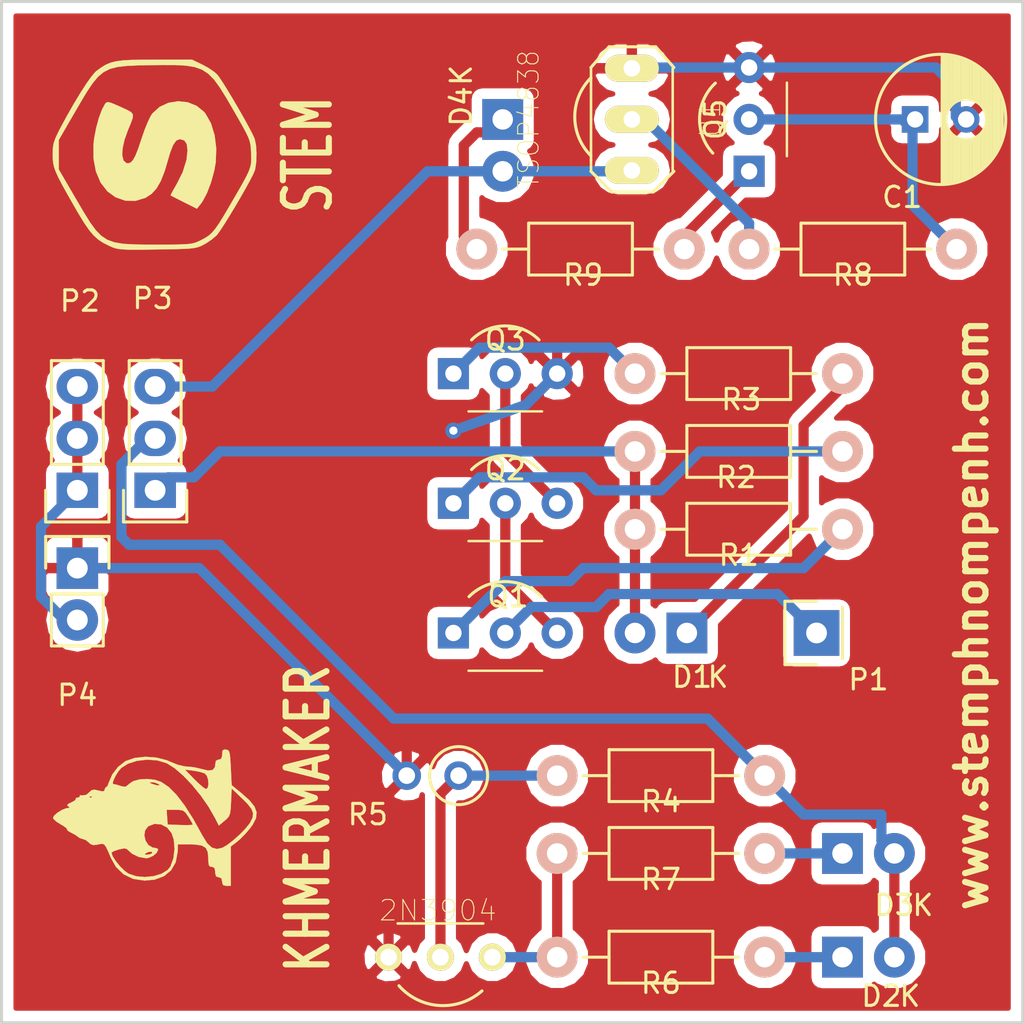
<source format=kicad_pcb>
(kicad_pcb (version 4) (host pcbnew 4.0.4-stable)

  (general
    (links 35)
    (no_connects 0)
    (area 104.899999 74.899999 155.100001 125.100001)
    (thickness 1.6)
    (drawings 11)
    (tracks 102)
    (zones 0)
    (modules 26)
    (nets 21)
  )

  (page A4)
  (layers
    (0 F.Cu signal)
    (31 B.Cu signal)
    (32 B.Adhes user)
    (33 F.Adhes user)
    (34 B.Paste user)
    (35 F.Paste user)
    (36 B.SilkS user)
    (37 F.SilkS user)
    (38 B.Mask user)
    (39 F.Mask user)
    (40 Dwgs.User user hide)
    (41 Cmts.User user hide)
    (42 Eco1.User user hide)
    (43 Eco2.User user hide)
    (44 Edge.Cuts user)
    (45 Margin user hide)
    (46 B.CrtYd user hide)
    (47 F.CrtYd user hide)
    (48 B.Fab user hide)
    (49 F.Fab user hide)
  )

  (setup
    (last_trace_width 0.5)
    (trace_clearance 0.2)
    (zone_clearance 10)
    (zone_45_only yes)
    (trace_min 0.5)
    (segment_width 0.2)
    (edge_width 0.15)
    (via_size 0.8)
    (via_drill 0.4)
    (via_min_size 0.8)
    (via_min_drill 0.4)
    (uvia_size 0.3)
    (uvia_drill 0.1)
    (uvias_allowed no)
    (uvia_min_size 0.2)
    (uvia_min_drill 0.1)
    (pcb_text_width 0.3)
    (pcb_text_size 1.5 1.5)
    (mod_edge_width 0.15)
    (mod_text_size 1 1)
    (mod_text_width 0.15)
    (pad_size 1.524 1.524)
    (pad_drill 0.762)
    (pad_to_mask_clearance 0.2)
    (aux_axis_origin 0 0)
    (visible_elements 7FFFFB9F)
    (pcbplotparams
      (layerselection 0x00030_80000001)
      (usegerberextensions false)
      (excludeedgelayer true)
      (linewidth 0.100000)
      (plotframeref false)
      (viasonmask false)
      (mode 1)
      (useauxorigin false)
      (hpglpennumber 1)
      (hpglpenspeed 20)
      (hpglpendiameter 15)
      (hpglpenoverlay 2)
      (psnegative false)
      (psa4output false)
      (plotreference true)
      (plotvalue true)
      (plotinvisibletext false)
      (padsonsilk false)
      (subtractmaskfromsilk false)
      (outputformat 4)
      (mirror false)
      (drillshape 0)
      (scaleselection 1)
      (outputdirectory PDF/))
  )

  (net 0 "")
  (net 1 /GND)
  (net 2 "Net-(C1-Pad1)")
  (net 3 "Net-(D1-Pad1)")
  (net 4 "Net-(D1-Pad2)")
  (net 5 "Net-(D2-Pad1)")
  (net 6 "Net-(D2-Pad2)")
  (net 7 "Net-(D3-Pad1)")
  (net 8 "Net-(D4-Pad1)")
  (net 9 "Net-(D4-Pad2)")
  (net 10 "Net-(P1-Pad1)")
  (net 11 /VSS)
  (net 12 "Net-(Q1-Pad3)")
  (net 13 "Net-(Q1-Pad1)")
  (net 14 "Net-(Q2-Pad3)")
  (net 15 "Net-(Q2-Pad1)")
  (net 16 "Net-(Q3-Pad1)")
  (net 17 "Net-(Q5-Pad1)")
  (net 18 "Net-(Q4-Pad2)")
  (net 19 "Net-(Q4-Pad1)")
  (net 20 "Net-(R8-Pad2)")

  (net_class Default "This is the default net class."
    (clearance 0.2)
    (trace_width 0.5)
    (via_dia 0.8)
    (via_drill 0.4)
    (uvia_dia 0.3)
    (uvia_drill 0.1)
    (add_net /GND)
    (add_net /VSS)
    (add_net "Net-(C1-Pad1)")
    (add_net "Net-(D1-Pad1)")
    (add_net "Net-(D1-Pad2)")
    (add_net "Net-(D2-Pad1)")
    (add_net "Net-(D2-Pad2)")
    (add_net "Net-(D3-Pad1)")
    (add_net "Net-(D4-Pad1)")
    (add_net "Net-(D4-Pad2)")
    (add_net "Net-(P1-Pad1)")
    (add_net "Net-(Q1-Pad1)")
    (add_net "Net-(Q1-Pad3)")
    (add_net "Net-(Q2-Pad1)")
    (add_net "Net-(Q2-Pad3)")
    (add_net "Net-(Q3-Pad1)")
    (add_net "Net-(Q4-Pad1)")
    (add_net "Net-(Q4-Pad2)")
    (add_net "Net-(Q5-Pad1)")
    (add_net "Net-(R8-Pad2)")
  )

  (module TO_SOT_Packages_THT:TO-92_Inline_Wide (layer F.Cu) (tedit 586B5332) (tstamp 586B47ED)
    (at 141.605 83.312 90)
    (descr "TO-92 leads in-line, wide, drill 0.8mm (see NXP sot054_po.pdf)")
    (tags "to-92 sc-43 sc-43a sot54 PA33 transistor")
    (path /586A0CAD)
    (fp_text reference Q5 (at 2.54 -1.651 270) (layer F.SilkS)
      (effects (font (size 1 1) (thickness 0.15)))
    )
    (fp_text value BC547 (at 2.54 2.794 90) (layer F.Fab)
      (effects (font (size 1 1) (thickness 0.15)))
    )
    (fp_arc (start 2.54 0) (end 0.889 -1.778) (angle 90) (layer F.SilkS) (width 0.15))
    (fp_line (start -1.1 -3) (end 6.1 -3) (layer F.CrtYd) (width 0.05))
    (fp_line (start 6.1 -3) (end 6.1 2.3) (layer F.CrtYd) (width 0.05))
    (fp_line (start 6.1 2.3) (end -1.1 2.3) (layer F.CrtYd) (width 0.05))
    (fp_line (start -1.1 2.3) (end -1.1 -3) (layer F.CrtYd) (width 0.05))
    (fp_line (start 0.74 1.85) (end 4.34 1.85) (layer F.SilkS) (width 0.12))
    (pad 2 thru_hole circle (at 2.54 0 180) (size 1.524 1.524) (drill 0.8) (layers *.Cu *.Mask)
      (net 2 "Net-(C1-Pad1)"))
    (pad 3 thru_hole circle (at 5.08 0 180) (size 1.524 1.524) (drill 0.8) (layers *.Cu *.Mask)
      (net 1 /GND))
    (pad 1 thru_hole rect (at 0 0 180) (size 1.524 1.524) (drill 0.8) (layers *.Cu *.Mask)
      (net 17 "Net-(Q5-Pad1)"))
    (model TO_SOT_Packages_THT.3dshapes/TO-92_Inline_Wide.wrl
      (at (xyz 0.1 0 0))
      (scale (xyz 1 1 1))
      (rotate (xyz 0 0 -90))
    )
  )

  (module "Fucking Kikad:TSOP48" (layer F.Cu) (tedit 586B5222) (tstamp 586B482A)
    (at 135.89 80.772 270)
    (path /586A3873)
    (solder_mask_margin 0.1)
    (fp_text reference U1 (at 0 -3.81 270) (layer F.SilkS)
      (effects (font (size 1 0.9) (thickness 0.05)))
    )
    (fp_text value TSOP4838 (at 0 5.08 270) (layer F.SilkS)
      (effects (font (size 1 0.9) (thickness 0.05)))
    )
    (fp_line (start -2.54 2.032) (end -3.556 1.143) (layer F.SilkS) (width 0.15))
    (fp_line (start -3.556 1.143) (end -3.556 -1.143) (layer F.SilkS) (width 0.15))
    (fp_line (start -3.556 -1.143) (end -2.54 -2.032) (layer F.SilkS) (width 0.15))
    (fp_line (start 2.54 -2.032) (end 3.556 -1.016) (layer F.SilkS) (width 0.15))
    (fp_line (start 3.556 -1.016) (end 3.556 1.016) (layer F.SilkS) (width 0.15))
    (fp_line (start 3.556 1.016) (end 2.54 2.032) (layer F.SilkS) (width 0.15))
    (fp_arc (start -0.127 0.127) (end 1.778 2.032) (angle 90) (layer F.SilkS) (width 0.15))
    (fp_line (start -2.5012 -1.9734) (end 2.4988 -1.9734) (layer F.SilkS) (width 0.127))
    (fp_line (start 2.4988 2.0266) (end 1.9988 2.0266) (layer F.SilkS) (width 0.127))
    (fp_line (start 1.9988 2.0266) (end -2.0012 2.0266) (layer F.SilkS) (width 0.127))
    (fp_line (start -2.0012 2.0266) (end -2.5012 2.0266) (layer F.SilkS) (width 0.127))
    (pad OUT thru_hole oval (at -0.0012 0.0266) (size 2.6416 1.3208) (drill 0.8128) (layers *.Cu *.Mask F.SilkS)
      (net 20 "Net-(R8-Pad2)") (solder_mask_margin 0.2))
    (pad VCC thru_hole oval (at 2.4988 0.0266) (size 2.6416 1.3208) (drill 0.8128) (layers *.Cu *.Mask F.SilkS)
      (net 9 "Net-(D4-Pad2)") (solder_mask_margin 0.2))
    (pad GND thru_hole oval (at -2.5012 0.0266) (size 2.6416 1.3208) (drill 0.8128) (layers *.Cu *.Mask F.SilkS)
      (net 1 /GND) (solder_mask_margin 0.2))
  )

  (module LEDs:LED-3MM (layer F.Cu) (tedit 586B534F) (tstamp 586B47B1)
    (at 129.54 80.772 270)
    (descr "LED 3mm round vertical")
    (tags "LED  3mm round vertical")
    (path /5869FDA5)
    (fp_text reference D4 (at -0.635 2.032 270) (layer F.SilkS)
      (effects (font (size 1 1) (thickness 0.15)))
    )
    (fp_text value LED (at 1.651 2.032 270) (layer F.Fab)
      (effects (font (size 1 1) (thickness 0.15)))
    )
    (fp_line (start -1.2 2.3) (end 3.8 2.3) (layer F.CrtYd) (width 0.05))
    (fp_line (start 3.8 2.3) (end 3.8 -2.2) (layer F.CrtYd) (width 0.05))
    (fp_line (start 3.8 -2.2) (end -1.2 -2.2) (layer F.CrtYd) (width 0.05))
    (fp_line (start -1.2 -2.2) (end -1.2 2.3) (layer F.CrtYd) (width 0.05))
    (fp_text user K (at -2.159 2.032 270) (layer F.SilkS)
      (effects (font (size 1 1) (thickness 0.15)))
    )
    (pad 1 thru_hole rect (at 0 0) (size 2 2) (drill 1.00076) (layers *.Cu *.Mask)
      (net 8 "Net-(D4-Pad1)"))
    (pad 2 thru_hole circle (at 2.54 0 270) (size 2 2) (drill 1.00076) (layers *.Cu *.Mask)
      (net 9 "Net-(D4-Pad2)"))
    (model LEDs.3dshapes/LED-3MM.wrl
      (at (xyz 0.05 0 0))
      (scale (xyz 1 1 1))
      (rotate (xyz 0 0 90))
    )
  )

  (module LEDs:LED-3MM (layer F.Cu) (tedit 586B5370) (tstamp 586B479F)
    (at 138.557 105.918 180)
    (descr "LED 3mm round vertical")
    (tags "LED  3mm round vertical")
    (path /586A0F5A)
    (fp_text reference D1 (at -0.254 -2.159 180) (layer F.SilkS)
      (effects (font (size 1 1) (thickness 0.15)))
    )
    (fp_text value LED (at 2.159 -2.159 180) (layer F.Fab)
      (effects (font (size 1 1) (thickness 0.15)))
    )
    (fp_line (start -1.2 2.3) (end 3.8 2.3) (layer F.CrtYd) (width 0.05))
    (fp_line (start 3.8 2.3) (end 3.8 -2.2) (layer F.CrtYd) (width 0.05))
    (fp_line (start 3.8 -2.2) (end -1.2 -2.2) (layer F.CrtYd) (width 0.05))
    (fp_line (start -1.2 -2.2) (end -1.2 2.3) (layer F.CrtYd) (width 0.05))
    (fp_text user K (at -1.524 -2.159 180) (layer F.SilkS)
      (effects (font (size 1 1) (thickness 0.15)))
    )
    (pad 1 thru_hole rect (at 0 0 270) (size 2 2) (drill 1.00076) (layers *.Cu *.Mask)
      (net 3 "Net-(D1-Pad1)"))
    (pad 2 thru_hole circle (at 2.54 0 180) (size 2 2) (drill 1.00076) (layers *.Cu *.Mask)
      (net 4 "Net-(D1-Pad2)"))
    (model LEDs.3dshapes/LED-3MM.wrl
      (at (xyz 0.05 0 0))
      (scale (xyz 1 1 1))
      (rotate (xyz 0 0 90))
    )
  )

  (module TO_SOT_Packages_THT:TO-92_Inline_Wide (layer F.Cu) (tedit 586B529F) (tstamp 586B47DF)
    (at 127.127 93.218)
    (descr "TO-92 leads in-line, wide, drill 0.8mm (see NXP sot054_po.pdf)")
    (tags "to-92 sc-43 sc-43a sot54 PA33 transistor")
    (path /586A0C41)
    (fp_text reference Q3 (at 2.54 -1.651 180) (layer F.SilkS)
      (effects (font (size 1 1) (thickness 0.15)))
    )
    (fp_text value BC547 (at 2.54 2.794) (layer F.Fab)
      (effects (font (size 1 1) (thickness 0.15)))
    )
    (fp_arc (start 2.54 0) (end 0.889 -1.651) (angle 90) (layer F.SilkS) (width 0.15))
    (fp_line (start -1.1 -3) (end 6.1 -3) (layer F.CrtYd) (width 0.05))
    (fp_line (start 6.1 -3) (end 6.1 2.3) (layer F.CrtYd) (width 0.05))
    (fp_line (start 6.1 2.3) (end -1.1 2.3) (layer F.CrtYd) (width 0.05))
    (fp_line (start -1.1 2.3) (end -1.1 -3) (layer F.CrtYd) (width 0.05))
    (fp_line (start 0.74 1.85) (end 4.34 1.85) (layer F.SilkS) (width 0.12))
    (pad 2 thru_hole circle (at 2.54 0 90) (size 1.524 1.524) (drill 0.8) (layers *.Cu *.Mask)
      (net 14 "Net-(Q2-Pad3)"))
    (pad 3 thru_hole circle (at 5.08 0 90) (size 1.524 1.524) (drill 0.8) (layers *.Cu *.Mask)
      (net 1 /GND))
    (pad 1 thru_hole rect (at 0 0 90) (size 1.524 1.524) (drill 0.8) (layers *.Cu *.Mask)
      (net 16 "Net-(Q3-Pad1)"))
    (model TO_SOT_Packages_THT.3dshapes/TO-92_Inline_Wide.wrl
      (at (xyz 0.1 0 0))
      (scale (xyz 1 1 1))
      (rotate (xyz 0 0 -90))
    )
  )

  (module TO_SOT_Packages_THT:TO-92_Inline_Wide (layer F.Cu) (tedit 586B529B) (tstamp 586B47D8)
    (at 127.127 99.568)
    (descr "TO-92 leads in-line, wide, drill 0.8mm (see NXP sot054_po.pdf)")
    (tags "to-92 sc-43 sc-43a sot54 PA33 transistor")
    (path /586A0E8D)
    (fp_text reference Q2 (at 2.54 -1.651 180) (layer F.SilkS)
      (effects (font (size 1 1) (thickness 0.15)))
    )
    (fp_text value BC547 (at 2.54 2.794) (layer F.Fab)
      (effects (font (size 1 1) (thickness 0.15)))
    )
    (fp_arc (start 2.54 0) (end 0.889 -1.651) (angle 90) (layer F.SilkS) (width 0.15))
    (fp_line (start -1.1 -3) (end 6.1 -3) (layer F.CrtYd) (width 0.05))
    (fp_line (start 6.1 -3) (end 6.1 2.3) (layer F.CrtYd) (width 0.05))
    (fp_line (start 6.1 2.3) (end -1.1 2.3) (layer F.CrtYd) (width 0.05))
    (fp_line (start -1.1 2.3) (end -1.1 -3) (layer F.CrtYd) (width 0.05))
    (fp_line (start 0.74 1.85) (end 4.34 1.85) (layer F.SilkS) (width 0.12))
    (pad 2 thru_hole circle (at 2.54 0 90) (size 1.524 1.524) (drill 0.8) (layers *.Cu *.Mask)
      (net 12 "Net-(Q1-Pad3)"))
    (pad 3 thru_hole circle (at 5.08 0 90) (size 1.524 1.524) (drill 0.8) (layers *.Cu *.Mask)
      (net 14 "Net-(Q2-Pad3)"))
    (pad 1 thru_hole rect (at 0 0 90) (size 1.524 1.524) (drill 0.8) (layers *.Cu *.Mask)
      (net 15 "Net-(Q2-Pad1)"))
    (model TO_SOT_Packages_THT.3dshapes/TO-92_Inline_Wide.wrl
      (at (xyz 0.1 0 0))
      (scale (xyz 1 1 1))
      (rotate (xyz 0 0 -90))
    )
  )

  (module TO_SOT_Packages_THT:TO-92_Inline_Wide (layer F.Cu) (tedit 586B5293) (tstamp 586B47D1)
    (at 127.127 105.918)
    (descr "TO-92 leads in-line, wide, drill 0.8mm (see NXP sot054_po.pdf)")
    (tags "to-92 sc-43 sc-43a sot54 PA33 transistor")
    (path /586A0EDF)
    (fp_text reference Q1 (at 2.667 -1.778 180) (layer F.SilkS)
      (effects (font (size 1 1) (thickness 0.15)))
    )
    (fp_text value BC547 (at 2.54 2.794) (layer F.Fab)
      (effects (font (size 1 1) (thickness 0.15)))
    )
    (fp_arc (start 2.54 0) (end 0.762 -1.778) (angle 90) (layer F.SilkS) (width 0.15))
    (fp_line (start -1.1 -3) (end 6.1 -3) (layer F.CrtYd) (width 0.05))
    (fp_line (start 6.1 -3) (end 6.1 2.3) (layer F.CrtYd) (width 0.05))
    (fp_line (start 6.1 2.3) (end -1.1 2.3) (layer F.CrtYd) (width 0.05))
    (fp_line (start -1.1 2.3) (end -1.1 -3) (layer F.CrtYd) (width 0.05))
    (fp_line (start 0.74 1.85) (end 4.34 1.85) (layer F.SilkS) (width 0.12))
    (pad 2 thru_hole circle (at 2.54 0 90) (size 1.524 1.524) (drill 0.8) (layers *.Cu *.Mask)
      (net 10 "Net-(P1-Pad1)"))
    (pad 3 thru_hole circle (at 5.08 0 90) (size 1.524 1.524) (drill 0.8) (layers *.Cu *.Mask)
      (net 12 "Net-(Q1-Pad3)"))
    (pad 1 thru_hole rect (at 0 0 90) (size 1.524 1.524) (drill 0.8) (layers *.Cu *.Mask)
      (net 13 "Net-(Q1-Pad1)"))
    (model TO_SOT_Packages_THT.3dshapes/TO-92_Inline_Wide.wrl
      (at (xyz 0.1 0 0))
      (scale (xyz 1 1 1))
      (rotate (xyz 0 0 -90))
    )
  )

  (module "Fucking Kikad:2n3904" (layer F.Cu) (tedit 586B5495) (tstamp 586B47E6)
    (at 125.095 120.777 180)
    (descr "<b>TO-92</b> Pads In Line  C B E from top<p>")
    (path /586A4BBE)
    (solder_mask_margin 0.1)
    (fp_text reference Q4 (at 3.683 -0.762 180) (layer F.SilkS) hide
      (effects (font (size 1 1) (thickness 0.05)))
    )
    (fp_text value 2N3904 (at -1.27 1.27 180) (layer F.SilkS)
      (effects (font (size 1 1) (thickness 0.05)))
    )
    (fp_arc (start -1.524 -0.508) (end -3.429 -2.667) (angle 90) (layer F.SilkS) (width 0.15))
    (fp_line (start -3.492 0.635) (end 0.698 0.635) (layer F.SilkS) (width 0.127))
    (pad 3 thru_hole circle (at 1.143 -1.016 270) (size 1.3208 1.3208) (drill 0.8128) (layers *.Cu *.Mask F.SilkS)
      (net 1 /GND) (solder_mask_margin 0.2))
    (pad 1 thru_hole circle (at -3.937 -1.016 270) (size 1.3208 1.3208) (drill 0.8128) (layers *.Cu *.Mask F.SilkS)
      (net 19 "Net-(Q4-Pad1)") (solder_mask_margin 0.2))
    (pad 2 thru_hole circle (at -1.397 -1.016 270) (size 1.3208 1.3208) (drill 0.8128) (layers *.Cu *.Mask F.SilkS)
      (net 18 "Net-(Q4-Pad2)") (solder_mask_margin 0.2))
  )

  (module Discret:R1 (layer F.Cu) (tedit 586B5039) (tstamp 586B480B)
    (at 126.111 112.903 180)
    (descr "Resistance verticale")
    (tags R)
    (path /586A4C58)
    (fp_text reference R5 (at 3.175 -1.905 180) (layer F.SilkS)
      (effects (font (size 1 1) (thickness 0.15)))
    )
    (fp_text value Photores (at -1.27 -1.905 180) (layer F.Fab)
      (effects (font (size 1 1) (thickness 0.15)))
    )
    (fp_circle (center -1.27 0) (end -0.635 1.27) (layer F.SilkS) (width 0.15))
    (pad 1 thru_hole circle (at -1.27 0 180) (size 1.397 1.397) (drill 0.8128) (layers *.Cu *.Mask)
      (net 18 "Net-(Q4-Pad2)"))
    (pad 2 thru_hole circle (at 1.27 0 180) (size 1.397 1.397) (drill 0.8128) (layers *.Cu *.Mask)
      (net 1 /GND))
    (model Discret.3dshapes/R1.wrl
      (at (xyz 0 0 0))
      (scale (xyz 1 1 1))
      (rotate (xyz 0 0 0))
    )
  )

  (module LEDs:LED-3MM (layer F.Cu) (tedit 586B537F) (tstamp 586B47AB)
    (at 146.177 116.713)
    (descr "LED 3mm round vertical")
    (tags "LED  3mm round vertical")
    (path /586A4B1C)
    (fp_text reference D3 (at 2.54 2.54) (layer F.SilkS)
      (effects (font (size 1 1) (thickness 0.15)))
    )
    (fp_text value LED (at 0.254 2.54) (layer F.Fab)
      (effects (font (size 1 1) (thickness 0.15)))
    )
    (fp_line (start -1.2 2.3) (end 3.8 2.3) (layer F.CrtYd) (width 0.05))
    (fp_line (start 3.8 2.3) (end 3.8 -2.2) (layer F.CrtYd) (width 0.05))
    (fp_line (start 3.8 -2.2) (end -1.2 -2.2) (layer F.CrtYd) (width 0.05))
    (fp_line (start -1.2 -2.2) (end -1.2 2.3) (layer F.CrtYd) (width 0.05))
    (fp_text user K (at 3.937 2.54) (layer F.SilkS)
      (effects (font (size 1 1) (thickness 0.15)))
    )
    (pad 1 thru_hole rect (at 0 0 90) (size 2 2) (drill 1.00076) (layers *.Cu *.Mask)
      (net 7 "Net-(D3-Pad1)"))
    (pad 2 thru_hole circle (at 2.54 0) (size 2 2) (drill 1.00076) (layers *.Cu *.Mask)
      (net 6 "Net-(D2-Pad2)"))
    (model LEDs.3dshapes/LED-3MM.wrl
      (at (xyz 0.05 0 0))
      (scale (xyz 1 1 1))
      (rotate (xyz 0 0 90))
    )
  )

  (module LEDs:LED-3MM (layer F.Cu) (tedit 586B537B) (tstamp 586B47A5)
    (at 146.177 121.793)
    (descr "LED 3mm round vertical")
    (tags "LED  3mm round vertical")
    (path /586A4A93)
    (fp_text reference D2 (at 1.905 1.905) (layer F.SilkS)
      (effects (font (size 1 1) (thickness 0.15)))
    )
    (fp_text value LED (at -0.508 1.905) (layer F.Fab)
      (effects (font (size 1 1) (thickness 0.15)))
    )
    (fp_line (start -1.2 2.3) (end 3.8 2.3) (layer F.CrtYd) (width 0.05))
    (fp_line (start 3.8 2.3) (end 3.8 -2.2) (layer F.CrtYd) (width 0.05))
    (fp_line (start 3.8 -2.2) (end -1.2 -2.2) (layer F.CrtYd) (width 0.05))
    (fp_line (start -1.2 -2.2) (end -1.2 2.3) (layer F.CrtYd) (width 0.05))
    (fp_text user K (at 3.302 1.905) (layer F.SilkS)
      (effects (font (size 1 1) (thickness 0.15)))
    )
    (pad 1 thru_hole rect (at 0 0 90) (size 2 2) (drill 1.00076) (layers *.Cu *.Mask)
      (net 5 "Net-(D2-Pad1)"))
    (pad 2 thru_hole circle (at 2.54 0) (size 2 2) (drill 1.00076) (layers *.Cu *.Mask)
      (net 6 "Net-(D2-Pad2)"))
    (model LEDs.3dshapes/LED-3MM.wrl
      (at (xyz 0.05 0 0))
      (scale (xyz 1 1 1))
      (rotate (xyz 0 0 90))
    )
  )

  (module Capacitors_ThroughHole:C_Radial_D6.3_L11.2_P2.5 (layer F.Cu) (tedit 586B563E) (tstamp 586B4799)
    (at 149.733 80.772)
    (descr "Radial Electrolytic Capacitor, Diameter 6.3mm x Length 11.2mm, Pitch 2.5mm")
    (tags "Electrolytic Capacitor")
    (path /5869FEB1)
    (fp_text reference C1 (at -0.635 3.81) (layer F.SilkS)
      (effects (font (size 1 1) (thickness 0.15)))
    )
    (fp_text value 10u (at 1.778 3.81) (layer F.Fab)
      (effects (font (size 1 1) (thickness 0.15)))
    )
    (fp_line (start 1.325 -3.149) (end 1.325 3.149) (layer F.SilkS) (width 0.15))
    (fp_line (start 1.465 -3.143) (end 1.465 3.143) (layer F.SilkS) (width 0.15))
    (fp_line (start 1.605 -3.13) (end 1.605 -0.446) (layer F.SilkS) (width 0.15))
    (fp_line (start 1.605 0.446) (end 1.605 3.13) (layer F.SilkS) (width 0.15))
    (fp_line (start 1.745 -3.111) (end 1.745 -0.656) (layer F.SilkS) (width 0.15))
    (fp_line (start 1.745 0.656) (end 1.745 3.111) (layer F.SilkS) (width 0.15))
    (fp_line (start 1.885 -3.085) (end 1.885 -0.789) (layer F.SilkS) (width 0.15))
    (fp_line (start 1.885 0.789) (end 1.885 3.085) (layer F.SilkS) (width 0.15))
    (fp_line (start 2.025 -3.053) (end 2.025 -0.88) (layer F.SilkS) (width 0.15))
    (fp_line (start 2.025 0.88) (end 2.025 3.053) (layer F.SilkS) (width 0.15))
    (fp_line (start 2.165 -3.014) (end 2.165 -0.942) (layer F.SilkS) (width 0.15))
    (fp_line (start 2.165 0.942) (end 2.165 3.014) (layer F.SilkS) (width 0.15))
    (fp_line (start 2.305 -2.968) (end 2.305 -0.981) (layer F.SilkS) (width 0.15))
    (fp_line (start 2.305 0.981) (end 2.305 2.968) (layer F.SilkS) (width 0.15))
    (fp_line (start 2.445 -2.915) (end 2.445 -0.998) (layer F.SilkS) (width 0.15))
    (fp_line (start 2.445 0.998) (end 2.445 2.915) (layer F.SilkS) (width 0.15))
    (fp_line (start 2.585 -2.853) (end 2.585 -0.996) (layer F.SilkS) (width 0.15))
    (fp_line (start 2.585 0.996) (end 2.585 2.853) (layer F.SilkS) (width 0.15))
    (fp_line (start 2.725 -2.783) (end 2.725 -0.974) (layer F.SilkS) (width 0.15))
    (fp_line (start 2.725 0.974) (end 2.725 2.783) (layer F.SilkS) (width 0.15))
    (fp_line (start 2.865 -2.704) (end 2.865 -0.931) (layer F.SilkS) (width 0.15))
    (fp_line (start 2.865 0.931) (end 2.865 2.704) (layer F.SilkS) (width 0.15))
    (fp_line (start 3.005 -2.616) (end 3.005 -0.863) (layer F.SilkS) (width 0.15))
    (fp_line (start 3.005 0.863) (end 3.005 2.616) (layer F.SilkS) (width 0.15))
    (fp_line (start 3.145 -2.516) (end 3.145 -0.764) (layer F.SilkS) (width 0.15))
    (fp_line (start 3.145 0.764) (end 3.145 2.516) (layer F.SilkS) (width 0.15))
    (fp_line (start 3.285 -2.404) (end 3.285 -0.619) (layer F.SilkS) (width 0.15))
    (fp_line (start 3.285 0.619) (end 3.285 2.404) (layer F.SilkS) (width 0.15))
    (fp_line (start 3.425 -2.279) (end 3.425 -0.38) (layer F.SilkS) (width 0.15))
    (fp_line (start 3.425 0.38) (end 3.425 2.279) (layer F.SilkS) (width 0.15))
    (fp_line (start 3.565 -2.136) (end 3.565 2.136) (layer F.SilkS) (width 0.15))
    (fp_line (start 3.705 -1.974) (end 3.705 1.974) (layer F.SilkS) (width 0.15))
    (fp_line (start 3.845 -1.786) (end 3.845 1.786) (layer F.SilkS) (width 0.15))
    (fp_line (start 3.985 -1.563) (end 3.985 1.563) (layer F.SilkS) (width 0.15))
    (fp_line (start 4.125 -1.287) (end 4.125 1.287) (layer F.SilkS) (width 0.15))
    (fp_line (start 4.265 -0.912) (end 4.265 0.912) (layer F.SilkS) (width 0.15))
    (fp_circle (center 2.5 0) (end 2.5 -1) (layer F.SilkS) (width 0.15))
    (fp_circle (center 1.25 0) (end 1.25 -3.1875) (layer F.SilkS) (width 0.15))
    (fp_circle (center 1.25 0) (end 1.25 -3.4) (layer F.CrtYd) (width 0.05))
    (pad 2 thru_hole circle (at 2.5 0) (size 1.3 1.3) (drill 0.8) (layers *.Cu *.Mask)
      (net 1 /GND))
    (pad 1 thru_hole rect (at 0 0) (size 1.3 1.3) (drill 0.8) (layers *.Cu *.Mask)
      (net 2 "Net-(C1-Pad1)"))
    (model Capacitors_ThroughHole.3dshapes/C_Radial_D6.3_L11.2_P2.5.wrl
      (at (xyz 0 0 0))
      (scale (xyz 1 1 1))
      (rotate (xyz 0 0 0))
    )
  )

  (module Socket_Strips:Socket_Strip_Straight_1x01 (layer F.Cu) (tedit 586B5322) (tstamp 586B47B6)
    (at 144.907 105.918)
    (descr "Through hole socket strip")
    (tags "socket strip")
    (path /586A1A01)
    (fp_text reference P1 (at 2.54 2.286) (layer F.SilkS)
      (effects (font (size 1 1) (thickness 0.15)))
    )
    (fp_text value ATEN (at -0.127 2.286) (layer F.Fab)
      (effects (font (size 1 1) (thickness 0.15)))
    )
    (fp_line (start -1.75 -1.75) (end -1.75 1.75) (layer F.CrtYd) (width 0.05))
    (fp_line (start 1.75 -1.75) (end 1.75 1.75) (layer F.CrtYd) (width 0.05))
    (fp_line (start -1.75 -1.75) (end 1.75 -1.75) (layer F.CrtYd) (width 0.05))
    (fp_line (start -1.75 1.75) (end 1.75 1.75) (layer F.CrtYd) (width 0.05))
    (fp_line (start 1.27 1.27) (end 1.27 -1.27) (layer F.SilkS) (width 0.15))
    (fp_line (start -1.55 -1.55) (end 0 -1.55) (layer F.SilkS) (width 0.15))
    (fp_line (start -1.55 -1.55) (end -1.55 1.55) (layer F.SilkS) (width 0.15))
    (fp_line (start -1.55 1.55) (end 0 1.55) (layer F.SilkS) (width 0.15))
    (pad 1 thru_hole rect (at 0 0) (size 2.2352 2.2352) (drill 1.016) (layers *.Cu *.Mask)
      (net 10 "Net-(P1-Pad1)"))
    (model Socket_Strips.3dshapes/Socket_Strip_Straight_1x01.wrl
      (at (xyz 0 0 0))
      (scale (xyz 1 1 1))
      (rotate (xyz 0 0 180))
    )
  )

  (module Socket_Strips:Socket_Strip_Straight_1x03 (layer F.Cu) (tedit 586B55D3) (tstamp 586B47BD)
    (at 108.712 98.933 90)
    (descr "Through hole socket strip")
    (tags "socket strip")
    (path /586ABA1B)
    (fp_text reference P2 (at 9.271 0.127 180) (layer F.SilkS)
      (effects (font (size 1 1) (thickness 0.15)))
    )
    (fp_text value VSS (at 7.874 0.127 180) (layer F.Fab)
      (effects (font (size 1 1) (thickness 0.15)))
    )
    (fp_line (start 0 -1.55) (end -1.55 -1.55) (layer F.SilkS) (width 0.15))
    (fp_line (start -1.55 -1.55) (end -1.55 1.55) (layer F.SilkS) (width 0.15))
    (fp_line (start -1.55 1.55) (end 0 1.55) (layer F.SilkS) (width 0.15))
    (fp_line (start -1.75 -1.75) (end -1.75 1.75) (layer F.CrtYd) (width 0.05))
    (fp_line (start 6.85 -1.75) (end 6.85 1.75) (layer F.CrtYd) (width 0.05))
    (fp_line (start -1.75 -1.75) (end 6.85 -1.75) (layer F.CrtYd) (width 0.05))
    (fp_line (start -1.75 1.75) (end 6.85 1.75) (layer F.CrtYd) (width 0.05))
    (fp_line (start 1.27 -1.27) (end 6.35 -1.27) (layer F.SilkS) (width 0.15))
    (fp_line (start 6.35 -1.27) (end 6.35 1.27) (layer F.SilkS) (width 0.15))
    (fp_line (start 6.35 1.27) (end 1.27 1.27) (layer F.SilkS) (width 0.15))
    (fp_line (start 1.27 1.27) (end 1.27 -1.27) (layer F.SilkS) (width 0.15))
    (pad 1 thru_hole rect (at 0 0 90) (size 1.7272 2.032) (drill 1.016) (layers *.Cu *.Mask)
      (net 11 /VSS))
    (pad 2 thru_hole oval (at 2.54 0 90) (size 1.7272 2.032) (drill 1.016) (layers *.Cu *.Mask)
      (net 11 /VSS))
    (pad 3 thru_hole oval (at 5.08 0 90) (size 1.7272 2.032) (drill 1.016) (layers *.Cu *.Mask)
      (net 11 /VSS))
    (model Socket_Strips.3dshapes/Socket_Strip_Straight_1x03.wrl
      (at (xyz 0.1 0 0))
      (scale (xyz 1 1 1))
      (rotate (xyz 0 0 180))
    )
  )

  (module Socket_Strips:Socket_Strip_Straight_1x03 (layer F.Cu) (tedit 586B55CB) (tstamp 586B47C4)
    (at 112.522 98.933 90)
    (descr "Through hole socket strip")
    (tags "socket strip")
    (path /586AB542)
    (fp_text reference P3 (at 9.398 -0.127 180) (layer F.SilkS)
      (effects (font (size 1 1) (thickness 0.15)))
    )
    (fp_text value CS (at 7.874 -0.127 180) (layer F.Fab)
      (effects (font (size 1 1) (thickness 0.15)))
    )
    (fp_line (start 0 -1.55) (end -1.55 -1.55) (layer F.SilkS) (width 0.15))
    (fp_line (start -1.55 -1.55) (end -1.55 1.55) (layer F.SilkS) (width 0.15))
    (fp_line (start -1.55 1.55) (end 0 1.55) (layer F.SilkS) (width 0.15))
    (fp_line (start -1.75 -1.75) (end -1.75 1.75) (layer F.CrtYd) (width 0.05))
    (fp_line (start 6.85 -1.75) (end 6.85 1.75) (layer F.CrtYd) (width 0.05))
    (fp_line (start -1.75 -1.75) (end 6.85 -1.75) (layer F.CrtYd) (width 0.05))
    (fp_line (start -1.75 1.75) (end 6.85 1.75) (layer F.CrtYd) (width 0.05))
    (fp_line (start 1.27 -1.27) (end 6.35 -1.27) (layer F.SilkS) (width 0.15))
    (fp_line (start 6.35 -1.27) (end 6.35 1.27) (layer F.SilkS) (width 0.15))
    (fp_line (start 6.35 1.27) (end 1.27 1.27) (layer F.SilkS) (width 0.15))
    (fp_line (start 1.27 1.27) (end 1.27 -1.27) (layer F.SilkS) (width 0.15))
    (pad 1 thru_hole rect (at 0 0 90) (size 1.7272 2.032) (drill 1.016) (layers *.Cu *.Mask)
      (net 4 "Net-(D1-Pad2)"))
    (pad 2 thru_hole oval (at 2.54 0 90) (size 1.7272 2.032) (drill 1.016) (layers *.Cu *.Mask)
      (net 6 "Net-(D2-Pad2)"))
    (pad 3 thru_hole oval (at 5.08 0 90) (size 1.7272 2.032) (drill 1.016) (layers *.Cu *.Mask)
      (net 9 "Net-(D4-Pad2)"))
    (model Socket_Strips.3dshapes/Socket_Strip_Straight_1x03.wrl
      (at (xyz 0.1 0 0))
      (scale (xyz 1 1 1))
      (rotate (xyz 0 0 180))
    )
  )

  (module Socket_Strips:Socket_Strip_Straight_1x02 (layer F.Cu) (tedit 586B55C2) (tstamp 586B47CA)
    (at 108.712 102.743 270)
    (descr "Through hole socket strip")
    (tags "socket strip")
    (path /586AD297)
    (fp_text reference P4 (at 6.223 0 360) (layer F.SilkS)
      (effects (font (size 1 1) (thickness 0.15)))
    )
    (fp_text value PW (at 4.826 -0.127 360) (layer F.Fab)
      (effects (font (size 1 1) (thickness 0.15)))
    )
    (fp_line (start -1.55 1.55) (end 0 1.55) (layer F.SilkS) (width 0.15))
    (fp_line (start 3.81 1.27) (end 1.27 1.27) (layer F.SilkS) (width 0.15))
    (fp_line (start -1.75 -1.75) (end -1.75 1.75) (layer F.CrtYd) (width 0.05))
    (fp_line (start 4.3 -1.75) (end 4.3 1.75) (layer F.CrtYd) (width 0.05))
    (fp_line (start -1.75 -1.75) (end 4.3 -1.75) (layer F.CrtYd) (width 0.05))
    (fp_line (start -1.75 1.75) (end 4.3 1.75) (layer F.CrtYd) (width 0.05))
    (fp_line (start 1.27 1.27) (end 1.27 -1.27) (layer F.SilkS) (width 0.15))
    (fp_line (start 0 -1.55) (end -1.55 -1.55) (layer F.SilkS) (width 0.15))
    (fp_line (start -1.55 -1.55) (end -1.55 1.55) (layer F.SilkS) (width 0.15))
    (fp_line (start 1.27 -1.27) (end 3.81 -1.27) (layer F.SilkS) (width 0.15))
    (fp_line (start 3.81 -1.27) (end 3.81 1.27) (layer F.SilkS) (width 0.15))
    (pad 1 thru_hole rect (at 0 0 270) (size 2.032 2.032) (drill 1.016) (layers *.Cu *.Mask)
      (net 1 /GND))
    (pad 2 thru_hole oval (at 2.54 0 270) (size 2.032 2.032) (drill 1.016) (layers *.Cu *.Mask)
      (net 11 /VSS))
    (model Socket_Strips.3dshapes/Socket_Strip_Straight_1x02.wrl
      (at (xyz 0.05 0 0))
      (scale (xyz 1 1 1))
      (rotate (xyz 0 0 180))
    )
  )

  (module Resistors_ThroughHole:Resistor_Horizontal_RM10mm (layer F.Cu) (tedit 586B536D) (tstamp 586B47F3)
    (at 146.177 100.838 180)
    (descr "Resistor, Axial,  RM 10mm, 1/3W")
    (tags "Resistor Axial RM 10mm 1/3W")
    (path /586A0A6C)
    (fp_text reference R1 (at 5.08 -1.27 180) (layer F.SilkS)
      (effects (font (size 1 1) (thickness 0.15)))
    )
    (fp_text value 1M (at 5.08 0.127 180) (layer F.Fab)
      (effects (font (size 1 1) (thickness 0.15)))
    )
    (fp_line (start -1.25 -1.5) (end 11.4 -1.5) (layer F.CrtYd) (width 0.05))
    (fp_line (start -1.25 1.5) (end -1.25 -1.5) (layer F.CrtYd) (width 0.05))
    (fp_line (start 11.4 -1.5) (end 11.4 1.5) (layer F.CrtYd) (width 0.05))
    (fp_line (start -1.25 1.5) (end 11.4 1.5) (layer F.CrtYd) (width 0.05))
    (fp_line (start 2.54 -1.27) (end 7.62 -1.27) (layer F.SilkS) (width 0.15))
    (fp_line (start 7.62 -1.27) (end 7.62 1.27) (layer F.SilkS) (width 0.15))
    (fp_line (start 7.62 1.27) (end 2.54 1.27) (layer F.SilkS) (width 0.15))
    (fp_line (start 2.54 1.27) (end 2.54 -1.27) (layer F.SilkS) (width 0.15))
    (fp_line (start 2.54 0) (end 1.27 0) (layer F.SilkS) (width 0.15))
    (fp_line (start 7.62 0) (end 8.89 0) (layer F.SilkS) (width 0.15))
    (pad 1 thru_hole circle (at 0 0 180) (size 1.99898 1.99898) (drill 1.00076) (layers *.Cu *.SilkS *.Mask)
      (net 13 "Net-(Q1-Pad1)"))
    (pad 2 thru_hole circle (at 10.16 0 180) (size 1.99898 1.99898) (drill 1.00076) (layers *.Cu *.SilkS *.Mask)
      (net 4 "Net-(D1-Pad2)"))
    (model Resistors_ThroughHole.3dshapes/Resistor_Horizontal_RM10mm.wrl
      (at (xyz 0.2 0 0))
      (scale (xyz 0.4 0.4 0.4))
      (rotate (xyz 0 0 0))
    )
  )

  (module Resistors_ThroughHole:Resistor_Horizontal_RM10mm (layer F.Cu) (tedit 586B52D2) (tstamp 586B47F9)
    (at 146.177 97.028 180)
    (descr "Resistor, Axial,  RM 10mm, 1/3W")
    (tags "Resistor Axial RM 10mm 1/3W")
    (path /586A0B10)
    (fp_text reference R2 (at 5.207 -1.27 180) (layer F.SilkS)
      (effects (font (size 1 1) (thickness 0.15)))
    )
    (fp_text value 100K (at 4.826 0 180) (layer F.Fab)
      (effects (font (size 1 1) (thickness 0.15)))
    )
    (fp_line (start -1.25 -1.5) (end 11.4 -1.5) (layer F.CrtYd) (width 0.05))
    (fp_line (start -1.25 1.5) (end -1.25 -1.5) (layer F.CrtYd) (width 0.05))
    (fp_line (start 11.4 -1.5) (end 11.4 1.5) (layer F.CrtYd) (width 0.05))
    (fp_line (start -1.25 1.5) (end 11.4 1.5) (layer F.CrtYd) (width 0.05))
    (fp_line (start 2.54 -1.27) (end 7.62 -1.27) (layer F.SilkS) (width 0.15))
    (fp_line (start 7.62 -1.27) (end 7.62 1.27) (layer F.SilkS) (width 0.15))
    (fp_line (start 7.62 1.27) (end 2.54 1.27) (layer F.SilkS) (width 0.15))
    (fp_line (start 2.54 1.27) (end 2.54 -1.27) (layer F.SilkS) (width 0.15))
    (fp_line (start 2.54 0) (end 1.27 0) (layer F.SilkS) (width 0.15))
    (fp_line (start 7.62 0) (end 8.89 0) (layer F.SilkS) (width 0.15))
    (pad 1 thru_hole circle (at 0 0 180) (size 1.99898 1.99898) (drill 1.00076) (layers *.Cu *.SilkS *.Mask)
      (net 15 "Net-(Q2-Pad1)"))
    (pad 2 thru_hole circle (at 10.16 0 180) (size 1.99898 1.99898) (drill 1.00076) (layers *.Cu *.SilkS *.Mask)
      (net 4 "Net-(D1-Pad2)"))
    (model Resistors_ThroughHole.3dshapes/Resistor_Horizontal_RM10mm.wrl
      (at (xyz 0.2 0 0))
      (scale (xyz 0.4 0.4 0.4))
      (rotate (xyz 0 0 0))
    )
  )

  (module Resistors_ThroughHole:Resistor_Horizontal_RM10mm (layer F.Cu) (tedit 586B52C9) (tstamp 586B47FF)
    (at 136.017 93.218)
    (descr "Resistor, Axial,  RM 10mm, 1/3W")
    (tags "Resistor Axial RM 10mm 1/3W")
    (path /586A0B59)
    (fp_text reference R3 (at 5.207 1.27) (layer F.SilkS)
      (effects (font (size 1 1) (thickness 0.15)))
    )
    (fp_text value 220 (at 5.207 -0.127) (layer F.Fab)
      (effects (font (size 1 1) (thickness 0.15)))
    )
    (fp_line (start -1.25 -1.5) (end 11.4 -1.5) (layer F.CrtYd) (width 0.05))
    (fp_line (start -1.25 1.5) (end -1.25 -1.5) (layer F.CrtYd) (width 0.05))
    (fp_line (start 11.4 -1.5) (end 11.4 1.5) (layer F.CrtYd) (width 0.05))
    (fp_line (start -1.25 1.5) (end 11.4 1.5) (layer F.CrtYd) (width 0.05))
    (fp_line (start 2.54 -1.27) (end 7.62 -1.27) (layer F.SilkS) (width 0.15))
    (fp_line (start 7.62 -1.27) (end 7.62 1.27) (layer F.SilkS) (width 0.15))
    (fp_line (start 7.62 1.27) (end 2.54 1.27) (layer F.SilkS) (width 0.15))
    (fp_line (start 2.54 1.27) (end 2.54 -1.27) (layer F.SilkS) (width 0.15))
    (fp_line (start 2.54 0) (end 1.27 0) (layer F.SilkS) (width 0.15))
    (fp_line (start 7.62 0) (end 8.89 0) (layer F.SilkS) (width 0.15))
    (pad 1 thru_hole circle (at 0 0) (size 1.99898 1.99898) (drill 1.00076) (layers *.Cu *.SilkS *.Mask)
      (net 16 "Net-(Q3-Pad1)"))
    (pad 2 thru_hole circle (at 10.16 0) (size 1.99898 1.99898) (drill 1.00076) (layers *.Cu *.SilkS *.Mask)
      (net 3 "Net-(D1-Pad1)"))
    (model Resistors_ThroughHole.3dshapes/Resistor_Horizontal_RM10mm.wrl
      (at (xyz 0.2 0 0))
      (scale (xyz 0.4 0.4 0.4))
      (rotate (xyz 0 0 0))
    )
  )

  (module Resistors_ThroughHole:Resistor_Horizontal_RM10mm (layer F.Cu) (tedit 586B4FA7) (tstamp 586B4805)
    (at 142.367 112.903 180)
    (descr "Resistor, Axial,  RM 10mm, 1/3W")
    (tags "Resistor Axial RM 10mm 1/3W")
    (path /586A4977)
    (fp_text reference R4 (at 5.08 -1.27 180) (layer F.SilkS)
      (effects (font (size 1 1) (thickness 0.15)))
    )
    (fp_text value 47K (at 5.08 0 180) (layer F.Fab)
      (effects (font (size 1 1) (thickness 0.15)))
    )
    (fp_line (start -1.25 -1.5) (end 11.4 -1.5) (layer F.CrtYd) (width 0.05))
    (fp_line (start -1.25 1.5) (end -1.25 -1.5) (layer F.CrtYd) (width 0.05))
    (fp_line (start 11.4 -1.5) (end 11.4 1.5) (layer F.CrtYd) (width 0.05))
    (fp_line (start -1.25 1.5) (end 11.4 1.5) (layer F.CrtYd) (width 0.05))
    (fp_line (start 2.54 -1.27) (end 7.62 -1.27) (layer F.SilkS) (width 0.15))
    (fp_line (start 7.62 -1.27) (end 7.62 1.27) (layer F.SilkS) (width 0.15))
    (fp_line (start 7.62 1.27) (end 2.54 1.27) (layer F.SilkS) (width 0.15))
    (fp_line (start 2.54 1.27) (end 2.54 -1.27) (layer F.SilkS) (width 0.15))
    (fp_line (start 2.54 0) (end 1.27 0) (layer F.SilkS) (width 0.15))
    (fp_line (start 7.62 0) (end 8.89 0) (layer F.SilkS) (width 0.15))
    (pad 1 thru_hole circle (at 0 0 180) (size 1.99898 1.99898) (drill 1.00076) (layers *.Cu *.SilkS *.Mask)
      (net 6 "Net-(D2-Pad2)"))
    (pad 2 thru_hole circle (at 10.16 0 180) (size 1.99898 1.99898) (drill 1.00076) (layers *.Cu *.SilkS *.Mask)
      (net 18 "Net-(Q4-Pad2)"))
    (model Resistors_ThroughHole.3dshapes/Resistor_Horizontal_RM10mm.wrl
      (at (xyz 0.2 0 0))
      (scale (xyz 0.4 0.4 0.4))
      (rotate (xyz 0 0 0))
    )
  )

  (module Resistors_ThroughHole:Resistor_Horizontal_RM10mm (layer F.Cu) (tedit 586B4FA0) (tstamp 586B4811)
    (at 142.367 121.793 180)
    (descr "Resistor, Axial,  RM 10mm, 1/3W")
    (tags "Resistor Axial RM 10mm 1/3W")
    (path /586A4890)
    (fp_text reference R6 (at 5.08 -1.27 180) (layer F.SilkS)
      (effects (font (size 1 1) (thickness 0.15)))
    )
    (fp_text value 220 (at 5.08 0 180) (layer F.Fab)
      (effects (font (size 1 1) (thickness 0.15)))
    )
    (fp_line (start -1.25 -1.5) (end 11.4 -1.5) (layer F.CrtYd) (width 0.05))
    (fp_line (start -1.25 1.5) (end -1.25 -1.5) (layer F.CrtYd) (width 0.05))
    (fp_line (start 11.4 -1.5) (end 11.4 1.5) (layer F.CrtYd) (width 0.05))
    (fp_line (start -1.25 1.5) (end 11.4 1.5) (layer F.CrtYd) (width 0.05))
    (fp_line (start 2.54 -1.27) (end 7.62 -1.27) (layer F.SilkS) (width 0.15))
    (fp_line (start 7.62 -1.27) (end 7.62 1.27) (layer F.SilkS) (width 0.15))
    (fp_line (start 7.62 1.27) (end 2.54 1.27) (layer F.SilkS) (width 0.15))
    (fp_line (start 2.54 1.27) (end 2.54 -1.27) (layer F.SilkS) (width 0.15))
    (fp_line (start 2.54 0) (end 1.27 0) (layer F.SilkS) (width 0.15))
    (fp_line (start 7.62 0) (end 8.89 0) (layer F.SilkS) (width 0.15))
    (pad 1 thru_hole circle (at 0 0 180) (size 1.99898 1.99898) (drill 1.00076) (layers *.Cu *.SilkS *.Mask)
      (net 5 "Net-(D2-Pad1)"))
    (pad 2 thru_hole circle (at 10.16 0 180) (size 1.99898 1.99898) (drill 1.00076) (layers *.Cu *.SilkS *.Mask)
      (net 19 "Net-(Q4-Pad1)"))
    (model Resistors_ThroughHole.3dshapes/Resistor_Horizontal_RM10mm.wrl
      (at (xyz 0.2 0 0))
      (scale (xyz 0.4 0.4 0.4))
      (rotate (xyz 0 0 0))
    )
  )

  (module Resistors_ThroughHole:Resistor_Horizontal_RM10mm (layer F.Cu) (tedit 586B4F9B) (tstamp 586B4817)
    (at 142.367 116.713 180)
    (descr "Resistor, Axial,  RM 10mm, 1/3W")
    (tags "Resistor Axial RM 10mm 1/3W")
    (path /586A4916)
    (fp_text reference R7 (at 5.08 -1.27 180) (layer F.SilkS)
      (effects (font (size 1 1) (thickness 0.15)))
    )
    (fp_text value 220 (at 5.08 0 180) (layer F.Fab)
      (effects (font (size 1 1) (thickness 0.15)))
    )
    (fp_line (start -1.25 -1.5) (end 11.4 -1.5) (layer F.CrtYd) (width 0.05))
    (fp_line (start -1.25 1.5) (end -1.25 -1.5) (layer F.CrtYd) (width 0.05))
    (fp_line (start 11.4 -1.5) (end 11.4 1.5) (layer F.CrtYd) (width 0.05))
    (fp_line (start -1.25 1.5) (end 11.4 1.5) (layer F.CrtYd) (width 0.05))
    (fp_line (start 2.54 -1.27) (end 7.62 -1.27) (layer F.SilkS) (width 0.15))
    (fp_line (start 7.62 -1.27) (end 7.62 1.27) (layer F.SilkS) (width 0.15))
    (fp_line (start 7.62 1.27) (end 2.54 1.27) (layer F.SilkS) (width 0.15))
    (fp_line (start 2.54 1.27) (end 2.54 -1.27) (layer F.SilkS) (width 0.15))
    (fp_line (start 2.54 0) (end 1.27 0) (layer F.SilkS) (width 0.15))
    (fp_line (start 7.62 0) (end 8.89 0) (layer F.SilkS) (width 0.15))
    (pad 1 thru_hole circle (at 0 0 180) (size 1.99898 1.99898) (drill 1.00076) (layers *.Cu *.SilkS *.Mask)
      (net 7 "Net-(D3-Pad1)"))
    (pad 2 thru_hole circle (at 10.16 0 180) (size 1.99898 1.99898) (drill 1.00076) (layers *.Cu *.SilkS *.Mask)
      (net 19 "Net-(Q4-Pad1)"))
    (model Resistors_ThroughHole.3dshapes/Resistor_Horizontal_RM10mm.wrl
      (at (xyz 0.2 0 0))
      (scale (xyz 0.4 0.4 0.4))
      (rotate (xyz 0 0 0))
    )
  )

  (module Resistors_ThroughHole:Resistor_Horizontal_RM10mm (layer F.Cu) (tedit 586B532C) (tstamp 586B481D)
    (at 151.765 87.122 180)
    (descr "Resistor, Axial,  RM 10mm, 1/3W")
    (tags "Resistor Axial RM 10mm 1/3W")
    (path /586A019C)
    (fp_text reference R8 (at 5.08 -1.27 180) (layer F.SilkS)
      (effects (font (size 1 1) (thickness 0.15)))
    )
    (fp_text value 1K (at 5.08 0.127 180) (layer F.Fab)
      (effects (font (size 1 1) (thickness 0.15)))
    )
    (fp_line (start -1.25 -1.5) (end 11.4 -1.5) (layer F.CrtYd) (width 0.05))
    (fp_line (start -1.25 1.5) (end -1.25 -1.5) (layer F.CrtYd) (width 0.05))
    (fp_line (start 11.4 -1.5) (end 11.4 1.5) (layer F.CrtYd) (width 0.05))
    (fp_line (start -1.25 1.5) (end 11.4 1.5) (layer F.CrtYd) (width 0.05))
    (fp_line (start 2.54 -1.27) (end 7.62 -1.27) (layer F.SilkS) (width 0.15))
    (fp_line (start 7.62 -1.27) (end 7.62 1.27) (layer F.SilkS) (width 0.15))
    (fp_line (start 7.62 1.27) (end 2.54 1.27) (layer F.SilkS) (width 0.15))
    (fp_line (start 2.54 1.27) (end 2.54 -1.27) (layer F.SilkS) (width 0.15))
    (fp_line (start 2.54 0) (end 1.27 0) (layer F.SilkS) (width 0.15))
    (fp_line (start 7.62 0) (end 8.89 0) (layer F.SilkS) (width 0.15))
    (pad 1 thru_hole circle (at 0 0 180) (size 1.99898 1.99898) (drill 1.00076) (layers *.Cu *.SilkS *.Mask)
      (net 2 "Net-(C1-Pad1)"))
    (pad 2 thru_hole circle (at 10.16 0 180) (size 1.99898 1.99898) (drill 1.00076) (layers *.Cu *.SilkS *.Mask)
      (net 20 "Net-(R8-Pad2)"))
    (model Resistors_ThroughHole.3dshapes/Resistor_Horizontal_RM10mm.wrl
      (at (xyz 0.2 0 0))
      (scale (xyz 0.4 0.4 0.4))
      (rotate (xyz 0 0 0))
    )
  )

  (module Resistors_ThroughHole:Resistor_Horizontal_RM10mm (layer F.Cu) (tedit 586B52A8) (tstamp 586B4823)
    (at 128.27 87.122)
    (descr "Resistor, Axial,  RM 10mm, 1/3W")
    (tags "Resistor Axial RM 10mm 1/3W")
    (path /5869FE13)
    (fp_text reference R9 (at 5.207 1.27) (layer F.SilkS)
      (effects (font (size 1 1) (thickness 0.15)))
    )
    (fp_text value 220 (at 5.08 -0.127) (layer F.Fab)
      (effects (font (size 1 1) (thickness 0.15)))
    )
    (fp_line (start -1.25 -1.5) (end 11.4 -1.5) (layer F.CrtYd) (width 0.05))
    (fp_line (start -1.25 1.5) (end -1.25 -1.5) (layer F.CrtYd) (width 0.05))
    (fp_line (start 11.4 -1.5) (end 11.4 1.5) (layer F.CrtYd) (width 0.05))
    (fp_line (start -1.25 1.5) (end 11.4 1.5) (layer F.CrtYd) (width 0.05))
    (fp_line (start 2.54 -1.27) (end 7.62 -1.27) (layer F.SilkS) (width 0.15))
    (fp_line (start 7.62 -1.27) (end 7.62 1.27) (layer F.SilkS) (width 0.15))
    (fp_line (start 7.62 1.27) (end 2.54 1.27) (layer F.SilkS) (width 0.15))
    (fp_line (start 2.54 1.27) (end 2.54 -1.27) (layer F.SilkS) (width 0.15))
    (fp_line (start 2.54 0) (end 1.27 0) (layer F.SilkS) (width 0.15))
    (fp_line (start 7.62 0) (end 8.89 0) (layer F.SilkS) (width 0.15))
    (pad 1 thru_hole circle (at 0 0) (size 1.99898 1.99898) (drill 1.00076) (layers *.Cu *.SilkS *.Mask)
      (net 8 "Net-(D4-Pad1)"))
    (pad 2 thru_hole circle (at 10.16 0) (size 1.99898 1.99898) (drill 1.00076) (layers *.Cu *.SilkS *.Mask)
      (net 17 "Net-(Q5-Pad1)"))
    (model Resistors_ThroughHole.3dshapes/Resistor_Horizontal_RM10mm.wrl
      (at (xyz 0.2 0 0))
      (scale (xyz 0.4 0.4 0.4))
      (rotate (xyz 0 0 0))
    )
  )

  (module "Fucking Kikad:StemLogo" (layer F.Cu) (tedit 0) (tstamp 587C8E6B)
    (at 112.5 82.5 90)
    (fp_text reference G*** (at 0 0 90) (layer F.SilkS) hide
      (effects (font (thickness 0.3)))
    )
    (fp_text value LOGO (at 0.75 0 90) (layer F.SilkS) hide
      (effects (font (thickness 0.3)))
    )
    (fp_poly (pts (xy 0.325561 -4.985867) (xy 0.565688 -4.946356) (xy 0.814646 -4.860137) (xy 1.129156 -4.710543)
      (xy 1.289095 -4.627614) (xy 1.903218 -4.295974) (xy 2.484121 -3.964722) (xy 3.010044 -3.647594)
      (xy 3.459227 -3.35833) (xy 3.809907 -3.110665) (xy 4.040324 -2.918336) (xy 4.098552 -2.854061)
      (xy 4.271484 -2.616848) (xy 4.404337 -2.397791) (xy 4.502379 -2.169858) (xy 4.570877 -1.906021)
      (xy 4.615098 -1.57925) (xy 4.640312 -1.162514) (xy 4.651783 -0.628785) (xy 4.654741 0)
      (xy 4.656533 1.820333) (xy 4.413234 2.328333) (xy 4.245832 2.633541) (xy 4.059729 2.907157)
      (xy 3.926467 3.058623) (xy 3.763684 3.180959) (xy 3.482831 3.365381) (xy 3.114991 3.5938)
      (xy 2.691244 3.848127) (xy 2.242673 4.110275) (xy 1.800359 4.362154) (xy 1.395383 4.585678)
      (xy 1.058827 4.762758) (xy 0.821773 4.875304) (xy 0.770533 4.895251) (xy 0.463665 4.959018)
      (xy 0.068715 4.984815) (xy -0.340276 4.972832) (xy -0.689267 4.923257) (xy -0.800239 4.891236)
      (xy -1.001791 4.800155) (xy -1.310802 4.6389) (xy -1.696592 4.425594) (xy -2.128482 4.178358)
      (xy -2.575791 3.915314) (xy -3.007839 3.654583) (xy -3.393946 3.414286) (xy -3.703433 3.212546)
      (xy -3.905619 3.067484) (xy -3.945156 3.033647) (xy -4.144367 2.803649) (xy -4.342063 2.511364)
      (xy -4.410822 2.387835) (xy -4.477226 2.250262) (xy -4.527839 2.114672) (xy -4.565207 1.95568)
      (xy -4.591876 1.747898) (xy -4.61039 1.465939) (xy -4.623297 1.084416) (xy -4.633142 0.577944)
      (xy -4.640029 0.10217) (xy -4.641024 0.02299) (xy -4.402667 0.02299) (xy -4.401966 0.622616)
      (xy -4.398192 1.079295) (xy -4.388838 1.419409) (xy -4.371398 1.669343) (xy -4.343364 1.855481)
      (xy -4.30223 2.004208) (xy -4.245488 2.141907) (xy -4.190589 2.255004) (xy -4.080743 2.463746)
      (xy -3.967494 2.638075) (xy -3.828373 2.796275) (xy -3.640914 2.956634) (xy -3.38265 3.137437)
      (xy -3.031112 3.356969) (xy -2.563833 3.633518) (xy -2.328333 3.770676) (xy -1.791307 4.082223)
      (xy -1.375757 4.318997) (xy -1.056517 4.490901) (xy -0.808418 4.607833) (xy -0.606292 4.679694)
      (xy -0.424973 4.716383) (xy -0.239292 4.727801) (xy -0.024082 4.723847) (xy 0.084667 4.719855)
      (xy 0.305513 4.70987) (xy 0.489521 4.690743) (xy 0.664307 4.651141) (xy 0.857488 4.579734)
      (xy 1.096678 4.465189) (xy 1.409495 4.296175) (xy 1.823554 4.06136) (xy 2.159 3.868689)
      (xy 2.791535 3.500967) (xy 3.293491 3.188526) (xy 3.67964 2.905122) (xy 3.964753 2.624512)
      (xy 4.163602 2.320453) (xy 4.290959 1.966703) (xy 4.361595 1.537018) (xy 4.390282 1.005155)
      (xy 4.391792 0.344871) (xy 4.386308 -0.088302) (xy 4.374104 -0.794782) (xy 4.349602 -1.363185)
      (xy 4.297329 -1.819362) (xy 4.201813 -2.189165) (xy 4.047583 -2.498445) (xy 3.819167 -2.773054)
      (xy 3.501092 -3.038843) (xy 3.077889 -3.321663) (xy 2.534083 -3.647366) (xy 2.108365 -3.894455)
      (xy 0.719667 -4.698577) (xy 0 -4.698789) (xy -0.719666 -4.699) (xy -2.215102 -3.827691)
      (xy -2.83268 -3.464867) (xy -3.321488 -3.159264) (xy -3.69658 -2.884379) (xy -3.973014 -2.613709)
      (xy -4.165843 -2.320754) (xy -4.290125 -1.979011) (xy -4.360916 -1.561977) (xy -4.393269 -1.043152)
      (xy -4.402242 -0.396033) (xy -4.402667 0.02299) (xy -4.641024 0.02299) (xy -4.647754 -0.512268)
      (xy -4.650706 -0.983149) (xy -4.646928 -1.336226) (xy -4.634462 -1.597253) (xy -4.611352 -1.791982)
      (xy -4.575638 -1.946167) (xy -4.525365 -2.085561) (xy -4.463062 -2.226164) (xy -4.317644 -2.514915)
      (xy -4.157261 -2.760525) (xy -3.958193 -2.983736) (xy -3.696721 -3.205291) (xy -3.349125 -3.445933)
      (xy -2.891688 -3.726404) (xy -2.46401 -3.974372) (xy -1.897721 -4.296356) (xy -1.452706 -4.542632)
      (xy -1.104249 -4.723288) (xy -0.827633 -4.848411) (xy -0.598142 -4.928089) (xy -0.391061 -4.972408)
      (xy -0.181674 -4.991456) (xy 0.037542 -4.995333) (xy 0.325561 -4.985867)) (layer F.SilkS) (width 0.01))
    (fp_poly (pts (xy 0.816134 -2.961545) (xy 1.321219 -2.863932) (xy 1.798561 -2.733591) (xy 2.201444 -2.585354)
      (xy 2.483156 -2.434054) (xy 2.487585 -2.430842) (xy 2.554908 -2.367488) (xy 2.5754 -2.283223)
      (xy 2.542078 -2.142805) (xy 2.447957 -1.910989) (xy 2.334637 -1.658952) (xy 2.194497 -1.350714)
      (xy 2.085895 -1.15832) (xy 1.970585 -1.069971) (xy 1.810321 -1.073864) (xy 1.566856 -1.1582)
      (xy 1.204316 -1.310183) (xy 0.723692 -1.481222) (xy 0.300551 -1.574028) (xy -0.04395 -1.588631)
      (xy -0.288658 -1.525059) (xy -0.412417 -1.38334) (xy -0.423333 -1.308014) (xy -0.387662 -1.182637)
      (xy -0.267118 -1.064011) (xy -0.041399 -0.940959) (xy 0.309791 -0.802304) (xy 0.780529 -0.645188)
      (xy 1.191015 -0.503393) (xy 1.566354 -0.353303) (xy 1.861412 -0.214129) (xy 2.01318 -0.12053)
      (xy 2.339572 0.23826) (xy 2.540896 0.670784) (xy 2.617136 1.141035) (xy 2.568279 1.613006)
      (xy 2.39431 2.05069) (xy 2.095215 2.418081) (xy 2.014235 2.484668) (xy 1.535313 2.755479)
      (xy 0.951314 2.933967) (xy 0.303087 3.013716) (xy -0.368521 2.98831) (xy -0.762 2.920765)
      (xy -1.356636 2.757874) (xy -1.878332 2.559619) (xy -2.286508 2.342364) (xy -2.401883 2.259448)
      (xy -2.644081 2.066326) (xy -2.328116 1.435329) (xy -2.181247 1.143905) (xy -2.065537 0.917831)
      (xy -1.999926 0.79398) (xy -1.992404 0.781718) (xy -1.916105 0.810516) (xy -1.734316 0.907633)
      (xy -1.485616 1.052399) (xy -1.473163 1.059888) (xy -0.858556 1.369863) (xy -0.260718 1.556327)
      (xy 0.210101 1.608667) (xy 0.526032 1.569163) (xy 0.705104 1.443769) (xy 0.761998 1.222155)
      (xy 0.762 1.22038) (xy 0.69079 1.053983) (xy 0.471546 0.899791) (xy 0.095849 0.752884)
      (xy -0.169333 0.676362) (xy -0.802465 0.489406) (xy -1.289559 0.297508) (xy -1.653695 0.087188)
      (xy -1.917953 -0.15504) (xy -2.105412 -0.442657) (xy -2.113689 -0.459516) (xy -2.261197 -0.947081)
      (xy -2.248615 -1.443533) (xy -2.080912 -1.919962) (xy -1.794675 -2.314921) (xy -1.364768 -2.649217)
      (xy -0.821624 -2.878393) (xy -0.189263 -2.996502) (xy 0.508296 -2.997593) (xy 0.816134 -2.961545)) (layer F.SilkS) (width 0.01))
  )

  (module "Fucking Kikad:KhmerMaker" (layer F.Cu) (tedit 0) (tstamp 587C9023)
    (at 112.5 115 90)
    (fp_text reference G*** (at 0 0 90) (layer F.SilkS) hide
      (effects (font (thickness 0.3)))
    )
    (fp_text value LOGO (at 0.75 0 90) (layer F.SilkS) hide
      (effects (font (thickness 0.3)))
    )
    (fp_poly (pts (xy 0.136597 -4.926162) (xy 0.276489 -4.768782) (xy 0.407166 -4.558819) (xy 0.493456 -4.348939)
      (xy 0.509296 -4.249661) (xy 0.523351 -4.155418) (xy 0.581993 -4.21936) (xy 0.589848 -4.231673)
      (xy 0.655698 -4.285987) (xy 0.726092 -4.208638) (xy 0.784698 -4.082096) (xy 0.874374 -3.916613)
      (xy 0.948008 -3.859433) (xy 0.958145 -3.865035) (xy 1.006189 -3.848123) (xy 1.016 -3.776781)
      (xy 1.050502 -3.676301) (xy 1.092771 -3.67812) (xy 1.135757 -3.650744) (xy 1.12466 -3.55394)
      (xy 1.155188 -3.35176) (xy 1.265269 -3.221436) (xy 1.384427 -3.089804) (xy 1.407548 -2.942945)
      (xy 1.367205 -2.757947) (xy 1.323585 -2.554692) (xy 1.347902 -2.468154) (xy 1.403825 -2.455333)
      (xy 1.512117 -2.412478) (xy 1.524 -2.379845) (xy 1.596303 -2.307697) (xy 1.756833 -2.247692)
      (xy 2.156031 -2.077567) (xy 2.524507 -1.792393) (xy 2.797631 -1.443026) (xy 2.811196 -1.418072)
      (xy 2.962761 -0.979815) (xy 3.01881 -0.45992) (xy 2.980351 0.084121) (xy 2.848392 0.594816)
      (xy 2.772833 0.770439) (xy 2.628221 1.130896) (xy 2.54854 1.468549) (xy 2.54 1.585294)
      (xy 2.510486 1.905927) (xy 2.438621 2.229043) (xy 2.430542 2.254188) (xy 2.346108 2.606205)
      (xy 2.37171 2.835051) (xy 2.509396 2.947987) (xy 2.630555 2.963333) (xy 2.813825 2.991365)
      (xy 2.876748 3.094802) (xy 2.878667 3.132667) (xy 2.917483 3.255513) (xy 3.063048 3.299782)
      (xy 3.138555 3.302) (xy 3.318958 3.32087) (xy 3.376653 3.401856) (xy 3.371388 3.4925)
      (xy 3.348746 3.579247) (xy 3.28929 3.637155) (xy 3.161442 3.674536) (xy 2.933626 3.699704)
      (xy 2.574263 3.720972) (xy 2.486986 3.725333) (xy 1.629638 3.767667) (xy 1.245188 4.240152)
      (xy 0.891552 4.636518) (xy 0.583521 4.884431) (xy 0.296929 4.989732) (xy 0.007613 4.958259)
      (xy -0.308593 4.795853) (xy -0.493328 4.660286) (xy -0.764977 4.425717) (xy -1.01712 4.175288)
      (xy -1.14598 4.025286) (xy -1.374765 3.725333) (xy -3.302 3.725333) (xy -3.302 3.513667)
      (xy -3.267031 3.352545) (xy -3.12934 3.302894) (xy -3.090333 3.302) (xy -2.924352 3.262313)
      (xy -2.878667 3.132667) (xy -2.851328 3.047772) (xy -1.49662 3.047772) (xy -1.436836 3.311548)
      (xy -1.29808 3.550684) (xy -1.068037 3.849636) (xy -0.787907 4.162768) (xy -0.498892 4.444442)
      (xy -0.242193 4.649022) (xy -0.211667 4.668612) (xy 0.036302 4.792798) (xy 0.252989 4.818677)
      (xy 0.472649 4.735427) (xy 0.729534 4.532226) (xy 0.965106 4.296833) (xy 1.469057 3.767667)
      (xy 0.798028 3.738235) (xy 0.458038 3.719285) (xy 0.239299 3.687939) (xy 0.093779 3.627631)
      (xy -0.026553 3.521795) (xy -0.110562 3.424868) (xy -0.348124 3.140933) (xy 0.016438 2.956307)
      (xy 0.567422 2.640393) (xy 0.74666 2.515941) (xy 1.439333 2.515941) (xy 1.509112 2.601398)
      (xy 1.679152 2.633609) (xy 1.890507 2.617008) (xy 2.084231 2.556032) (xy 2.199506 2.458747)
      (xy 2.263712 2.275654) (xy 2.321978 2.007583) (xy 2.340052 1.887247) (xy 2.391801 1.481667)
      (xy 1.915567 1.944441) (xy 1.689867 2.176833) (xy 1.521998 2.374582) (xy 1.44211 2.501504)
      (xy 1.439333 2.515941) (xy 0.74666 2.515941) (xy 1.116221 2.259342) (xy 1.633005 1.839521)
      (xy 2.087946 1.4073) (xy 2.451215 0.989049) (xy 2.692984 0.611135) (xy 2.709972 0.575166)
      (xy 2.843072 0.127507) (xy 2.87843 -0.371107) (xy 2.821565 -0.869127) (xy 2.677995 -1.315006)
      (xy 2.473271 -1.635744) (xy 2.31746 -1.770119) (xy 2.113653 -1.90053) (xy 1.908685 -2.003399)
      (xy 1.74939 -2.055147) (xy 1.68275 -2.033721) (xy 1.659677 -1.897254) (xy 1.612338 -1.733139)
      (xy 1.572582 -1.613922) (xy 1.551713 -1.429729) (xy 1.661053 -1.279876) (xy 1.68861 -1.2568)
      (xy 1.82775 -1.050618) (xy 1.910445 -0.736684) (xy 1.933392 -0.368024) (xy 1.893286 0.002336)
      (xy 1.786931 0.32116) (xy 1.5385 0.687658) (xy 1.156961 1.067751) (xy 0.634292 1.467593)
      (xy -0.037529 1.893339) (xy -0.844308 2.339513) (xy -1.215291 2.57055) (xy -1.429051 2.800603)
      (xy -1.49662 3.047772) (xy -2.851328 3.047772) (xy -2.838751 3.00872) (xy -2.690234 2.96508)
      (xy -2.624667 2.963333) (xy -2.438747 2.936723) (xy -2.373287 2.837711) (xy -2.370667 2.794)
      (xy -2.347631 2.691179) (xy -2.250473 2.640678) (xy -2.037122 2.625128) (xy -1.960456 2.624667)
      (xy -1.649571 2.599322) (xy -1.445868 2.50542) (xy -1.328747 2.31616) (xy -1.277611 2.004739)
      (xy -1.27 1.726247) (xy -1.27 1.546523) (xy -0.327246 1.546523) (xy -0.320179 1.764652)
      (xy -0.301573 1.861229) (xy -0.29836 1.862667) (xy -0.204532 1.821244) (xy -0.021024 1.716214)
      (xy 0.086349 1.649938) (xy 0.287404 1.510694) (xy 0.386822 1.380889) (xy 0.420195 1.192934)
      (xy 0.423333 1.01007) (xy 0.423333 0.58293) (xy -0.296333 0.635) (xy -0.321209 1.248833)
      (xy -0.327246 1.546523) (xy -1.27 1.546523) (xy -1.27 1.137494) (xy -1.651723 1.12088)
      (xy -2.144128 1.026845) (xy -2.539283 0.799432) (xy -2.82703 0.450485) (xy -2.997212 -0.008155)
      (xy -3.03978 -0.479769) (xy -2.868796 -0.479769) (xy -2.825873 -0.054545) (xy -2.709817 0.329714)
      (xy -2.528095 0.629168) (xy -2.356698 0.769871) (xy -1.949238 0.916914) (xy -1.486718 0.972583)
      (xy -1.037116 0.934449) (xy -0.719667 0.828401) (xy -0.44715 0.609518) (xy -0.290954 0.315713)
      (xy -0.27893 0.169333) (xy 1.615914 0.169333) (xy 1.623654 0.253609) (xy 1.679341 0.190775)
      (xy 1.693333 0.169333) (xy 1.761598 -0.022899) (xy 1.770753 -0.127) (xy 1.762788 -0.247999)
      (xy 1.731265 -0.213421) (xy 1.693333 -0.127) (xy 1.630678 0.070801) (xy 1.615914 0.169333)
      (xy -0.27893 0.169333) (xy -0.26444 -0.00706) (xy -0.380972 -0.312844) (xy -0.385801 -0.319828)
      (xy -0.579796 -0.470246) (xy -0.831291 -0.507706) (xy -1.089991 -0.447476) (xy -1.305603 -0.304824)
      (xy -1.427832 -0.095018) (xy -1.439333 0) (xy -1.47479 0.13758) (xy -1.524 0.169333)
      (xy -1.681637 0.096758) (xy -1.831757 -0.080431) (xy -1.930634 -0.301433) (xy -1.940902 -0.373945)
      (xy -1.775426 -0.373945) (xy -1.751539 -0.211771) (xy -1.694975 -0.117892) (xy -1.636335 -0.135834)
      (xy -1.625605 -0.160852) (xy -1.640251 -0.298673) (xy -1.684767 -0.398977) (xy -1.752928 -0.498593)
      (xy -1.773602 -0.440728) (xy -1.775426 -0.373945) (xy -1.940902 -0.373945) (xy -1.947333 -0.41935)
      (xy -1.886897 -0.775669) (xy -1.728757 -1.103935) (xy -1.579405 -1.273123) (xy -1.485693 -1.376676)
      (xy -1.46542 -1.507662) (xy -1.510826 -1.728762) (xy -1.519142 -1.759957) (xy -1.590818 -1.976419)
      (xy -1.658645 -2.103052) (xy -1.680021 -2.116667) (xy -1.853447 -2.05788) (xy -2.088942 -1.90673)
      (xy -2.340283 -1.701036) (xy -2.561249 -1.478615) (xy -2.705383 -1.277743) (xy -2.831122 -0.902115)
      (xy -2.868796 -0.479769) (xy -3.03978 -0.479769) (xy -3.041559 -0.499468) (xy -2.958674 -1.057021)
      (xy -2.733062 -1.525447) (xy -2.369536 -1.89754) (xy -1.948465 -2.135761) (xy -1.604063 -2.282296)
      (xy -1.388784 -2.386133) (xy -1.276484 -2.472149) (xy -1.241017 -2.565217) (xy -1.256239 -2.690212)
      (xy -1.275497 -2.77604) (xy -1.305104 -3.003263) (xy -1.257457 -3.132667) (xy 1.016 -3.132667)
      (xy 1.046978 -3.062977) (xy 1.072444 -3.076222) (xy 1.082577 -3.176702) (xy 1.072444 -3.189111)
      (xy 1.02211 -3.177489) (xy 1.016 -3.132667) (xy -1.257457 -3.132667) (xy -1.251403 -3.149107)
      (xy -1.179995 -3.221963) (xy -1.053766 -3.37948) (xy -1.016 -3.496384) (xy -0.960835 -3.669757)
      (xy -0.909179 -3.740453) (xy -0.79802 -3.89771) (xy -0.694343 -4.096108) (xy -0.606646 -4.248885)
      (xy -0.538999 -4.291762) (xy -0.535326 -4.288882) (xy -0.470421 -4.325692) (xy -0.361748 -4.476273)
      (xy -0.293367 -4.595441) (xy -0.155831 -4.812128) (xy -0.025366 -4.952908) (xy 0.022664 -4.978295)
      (xy 0.136597 -4.926162)) (layer F.SilkS) (width 0.01))
  )

  (gr_line (start 105 75) (end 155 75) (angle 90) (layer Edge.Cuts) (width 0.15))
  (gr_line (start 105 125) (end 105 75) (angle 90) (layer Edge.Cuts) (width 0.15))
  (gr_line (start 155 125) (end 105 125) (angle 90) (layer Edge.Cuts) (width 0.15))
  (gr_line (start 155 75) (end 155 125) (angle 90) (layer Edge.Cuts) (width 0.15))
  (gr_text KHMERMAKER (at 120 115 90) (layer F.SilkS)
    (effects (font (size 2 1.5) (thickness 0.3)))
  )
  (gr_text STEM (at 120 82.5 90) (layer F.SilkS)
    (effects (font (size 2.25 1.5) (thickness 0.3)))
  )
  (gr_text www.stemphnompenh.com (at 152.5 105 90) (layer F.SilkS)
    (effects (font (size 1.5 1.5) (thickness 0.3)))
  )
  (gr_line (start 105 75) (end 155 75) (angle 90) (layer B.Fab) (width 0.2))
  (gr_line (start 105 125) (end 105 75) (angle 90) (layer B.Fab) (width 0.2))
  (gr_line (start 155 125) (end 105 125) (angle 90) (layer B.Fab) (width 0.2))
  (gr_line (start 155 75) (end 155 125) (angle 90) (layer B.Fab) (width 0.2))

  (segment (start 135.8634 78.2708) (end 134.0732 78.2708) (width 0.5) (layer F.Cu) (net 1))
  (segment (start 132.207 80.137) (end 132.207 93.218) (width 0.5) (layer F.Cu) (net 1) (tstamp 586B5C71))
  (segment (start 134.0732 78.2708) (end 132.207 80.137) (width 0.5) (layer F.Cu) (net 1) (tstamp 586B5C70))
  (segment (start 130.683 94.742) (end 127.127 96.012) (width 0.5) (layer B.Cu) (net 1) (status 80000))
  (segment (start 124.841 96.901) (end 124.841 112.903) (width 0.5) (layer F.Cu) (net 1) (status 80000))
  (segment (start 127.127 96.012) (end 124.841 96.901) (width 0.5) (layer F.Cu) (net 1) (status 80000))
  (via (at 127.127 96.012) (size 0.8) (layers F.Cu B.Cu) (net 1) (status 80000))
  (segment (start 132.207 93.218) (end 130.683 94.742) (width 0.5) (layer B.Cu) (net 1) (status 80000))
  (segment (start 141.605 78.232) (end 150.749 78.232) (width 0.5) (layer B.Cu) (net 1))
  (segment (start 151.725 79.208) (end 151.725 80.645) (width 0.5) (layer B.Cu) (net 1) (tstamp 586B5B67))
  (segment (start 150.749 78.232) (end 151.725 79.208) (width 0.5) (layer B.Cu) (net 1) (tstamp 586B5B66))
  (segment (start 124.841 112.903) (end 114.681 102.743) (width 0.5) (layer B.Cu) (net 1) (status 80000))
  (segment (start 114.681 102.743) (end 108.712 102.743) (width 0.5) (layer B.Cu) (net 1) (status 80000))
  (segment (start 135.8634 78.2708) (end 135.89 78.232) (width 0.5) (layer F.Cu) (net 1) (status 80000))
  (segment (start 135.89 78.232) (end 135.382 78.232) (width 0.5) (layer F.Cu) (net 1) (status 80000))
  (segment (start 141.605 78.232) (end 141.732 78.359) (width 0.5) (layer B.Cu) (net 1) (status 80000))
  (segment (start 124.841 112.903) (end 123.952 113.792) (width 0.5) (layer F.Cu) (net 1) (status 80000))
  (segment (start 123.952 113.792) (end 123.952 121.793) (width 0.5) (layer F.Cu) (net 1) (status 80000))
  (segment (start 141.605 78.232) (end 135.89 78.232) (width 0.5) (layer B.Cu) (net 1) (status 80000))
  (segment (start 135.89 78.232) (end 135.8634 78.2708) (width 0.5) (layer B.Cu) (net 1) (tstamp 586B5B3C) (status 80000))
  (segment (start 149.225 80.772) (end 149.265 80.772) (width 0.5) (layer F.Cu) (net 2) (tstamp 586B5B3D) (status 80000))
  (segment (start 141.605 80.772) (end 149.098 80.772) (width 0.5) (layer B.Cu) (net 2))
  (segment (start 149.098 80.772) (end 149.606 81.28) (width 0.5) (layer B.Cu) (net 2) (tstamp 586B5B6A))
  (segment (start 149.606 81.28) (end 149.606 84.963) (width 0.5) (layer B.Cu) (net 2) (tstamp 586B5B6B))
  (segment (start 149.606 84.963) (end 151.765 87.122) (width 0.5) (layer B.Cu) (net 2) (tstamp 586B5B6C))
  (segment (start 138.557 105.918) (end 144.272 100.203) (width 0.5) (layer F.Cu) (net 3) (status 80000))
  (segment (start 144.272 100.203) (end 144.272 95.758) (width 0.5) (layer F.Cu) (net 3) (status 80000))
  (segment (start 144.272 95.758) (end 146.177 93.853) (width 0.5) (layer F.Cu) (net 3) (status 80000))
  (segment (start 146.177 93.853) (end 146.177 93.218) (width 0.5) (layer F.Cu) (net 3) (status 80000))
  (segment (start 112.522 98.933) (end 113.157 98.298) (width 0.5) (layer B.Cu) (net 4) (status 80000))
  (segment (start 113.157 98.298) (end 114.427 98.298) (width 0.5) (layer B.Cu) (net 4) (status 80000))
  (segment (start 114.427 98.298) (end 115.697 97.028) (width 0.5) (layer B.Cu) (net 4) (status 80000))
  (segment (start 115.697 97.028) (end 136.017 97.028) (width 0.5) (layer B.Cu) (net 4) (status 80000))
  (segment (start 136.017 100.838) (end 136.017 105.918) (width 0.5) (layer F.Cu) (net 4) (status 80000))
  (segment (start 136.017 97.028) (end 136.017 100.838) (width 0.5) (layer F.Cu) (net 4) (status 80000))
  (segment (start 142.367 121.793) (end 146.177 121.793) (width 0.5) (layer B.Cu) (net 5) (status 80000))
  (segment (start 112.522 96.393) (end 112.141 96.393) (width 0.5) (layer B.Cu) (net 6))
  (segment (start 112.141 96.393) (end 110.871 97.663) (width 0.5) (layer B.Cu) (net 6) (tstamp 586B5B4A))
  (segment (start 110.871 97.663) (end 110.871 101.219) (width 0.5) (layer B.Cu) (net 6) (tstamp 586B5B4B))
  (segment (start 110.871 101.219) (end 111.252 101.6) (width 0.5) (layer B.Cu) (net 6) (tstamp 586B5B4C))
  (segment (start 111.252 101.6) (end 115.697 101.6) (width 0.5) (layer B.Cu) (net 6) (tstamp 586B5B4D))
  (segment (start 115.697 101.6) (end 124.206 110.109) (width 0.5) (layer B.Cu) (net 6) (tstamp 586B5B4E))
  (segment (start 124.206 110.109) (end 139.573 110.109) (width 0.5) (layer B.Cu) (net 6) (tstamp 586B5B50))
  (segment (start 139.573 110.109) (end 142.367 112.903) (width 0.5) (layer B.Cu) (net 6) (tstamp 586B5B52))
  (segment (start 142.367 112.903) (end 144.272 114.808) (width 0.5) (layer B.Cu) (net 6) (status 80000))
  (segment (start 144.272 114.808) (end 148.082 114.808) (width 0.5) (layer B.Cu) (net 6) (status 80000))
  (segment (start 148.082 114.808) (end 148.082 116.078) (width 0.5) (layer B.Cu) (net 6) (status 80000))
  (segment (start 148.082 116.078) (end 148.717 116.713) (width 0.5) (layer B.Cu) (net 6) (status 80000))
  (segment (start 148.717 116.713) (end 148.717 121.793) (width 0.5) (layer F.Cu) (net 6) (status 80000))
  (segment (start 146.177 116.713) (end 142.367 116.713) (width 0.5) (layer B.Cu) (net 7) (status 80000))
  (segment (start 128.27 87.122) (end 127.635 86.487) (width 0.5) (layer F.Cu) (net 8) (status 80000))
  (segment (start 127.635 86.487) (end 127.635 82.042) (width 0.5) (layer F.Cu) (net 8) (status 80000))
  (segment (start 127.635 82.042) (end 128.27 81.407) (width 0.5) (layer F.Cu) (net 8) (status 80000))
  (segment (start 128.27 81.407) (end 128.905 81.407) (width 0.5) (layer F.Cu) (net 8) (status 80000))
  (segment (start 128.905 81.407) (end 129.54 80.772) (width 0.5) (layer F.Cu) (net 8) (status 80000))
  (segment (start 112.522 93.853) (end 115.316 93.853) (width 0.5) (layer B.Cu) (net 9))
  (segment (start 125.857 83.312) (end 129.54 83.312) (width 0.5) (layer B.Cu) (net 9) (tstamp 586B5C6B))
  (segment (start 115.316 93.853) (end 125.857 83.312) (width 0.5) (layer B.Cu) (net 9) (tstamp 586B5C69))
  (segment (start 129.54 83.312) (end 135.89 83.312) (width 0.5) (layer B.Cu) (net 9) (status 80000))
  (segment (start 135.89 83.312) (end 135.8634 83.2708) (width 0.5) (layer B.Cu) (net 9) (tstamp 586B5005) (status 80000))
  (segment (start 144.907 105.918) (end 143.002 104.013) (width 0.5) (layer B.Cu) (net 10) (status 80000))
  (segment (start 143.002 104.013) (end 134.747 104.013) (width 0.5) (layer B.Cu) (net 10) (status 80000))
  (segment (start 134.747 104.013) (end 134.112 104.648) (width 0.5) (layer B.Cu) (net 10) (status 80000))
  (segment (start 134.112 104.648) (end 130.937 104.648) (width 0.5) (layer B.Cu) (net 10) (status 80000))
  (segment (start 130.937 104.648) (end 129.667 105.918) (width 0.5) (layer B.Cu) (net 10) (status 80000))
  (segment (start 108.712 105.283) (end 108.077 105.283) (width 0.5) (layer B.Cu) (net 11))
  (segment (start 108.077 105.283) (end 106.934 104.14) (width 0.5) (layer B.Cu) (net 11) (tstamp 586B5B40))
  (segment (start 106.934 100.711) (end 108.712 98.933) (width 0.5) (layer B.Cu) (net 11) (tstamp 586B5B42))
  (segment (start 106.934 104.14) (end 106.934 100.711) (width 0.5) (layer B.Cu) (net 11) (tstamp 586B5B41))
  (segment (start 108.712 105.283) (end 109.347 105.283) (width 0.5) (layer F.Cu) (net 11) (status 80000))
  (segment (start 108.712 96.393) (end 108.712 93.853) (width 0.5) (layer F.Cu) (net 11) (status 80000))
  (segment (start 108.712 98.933) (end 108.712 96.393) (width 0.5) (layer F.Cu) (net 11) (status 80000))
  (segment (start 132.207 105.918) (end 129.667 103.378) (width 0.5) (layer F.Cu) (net 12) (status 80000))
  (segment (start 129.667 103.378) (end 129.667 99.568) (width 0.5) (layer F.Cu) (net 12) (status 80000))
  (segment (start 146.177 100.838) (end 144.272 102.743) (width 0.5) (layer B.Cu) (net 13) (status 80000))
  (segment (start 144.272 102.743) (end 133.477 102.743) (width 0.5) (layer B.Cu) (net 13) (status 80000))
  (segment (start 133.477 102.743) (end 132.842 103.378) (width 0.5) (layer B.Cu) (net 13) (status 80000))
  (segment (start 132.842 103.378) (end 129.667 103.378) (width 0.5) (layer B.Cu) (net 13) (status 80000))
  (segment (start 129.667 103.378) (end 127.127 105.918) (width 0.5) (layer B.Cu) (net 13) (status 80000))
  (segment (start 132.207 99.568) (end 129.667 97.028) (width 0.5) (layer F.Cu) (net 14) (status 80000))
  (segment (start 129.667 97.028) (end 129.667 93.218) (width 0.5) (layer F.Cu) (net 14) (status 80000))
  (segment (start 127.127 99.568) (end 128.397 98.298) (width 0.5) (layer B.Cu) (net 15) (status 80000))
  (segment (start 128.397 98.298) (end 133.477 98.298) (width 0.5) (layer B.Cu) (net 15) (status 80000))
  (segment (start 133.477 98.298) (end 134.112 98.933) (width 0.5) (layer B.Cu) (net 15) (status 80000))
  (segment (start 134.112 98.933) (end 137.287 98.933) (width 0.5) (layer B.Cu) (net 15) (status 80000))
  (segment (start 137.287 98.933) (end 139.192 97.028) (width 0.5) (layer B.Cu) (net 15) (status 80000))
  (segment (start 139.192 97.028) (end 146.177 97.028) (width 0.5) (layer B.Cu) (net 15) (status 80000))
  (segment (start 136.017 93.218) (end 134.747 91.948) (width 0.5) (layer B.Cu) (net 16) (status 80000))
  (segment (start 134.747 91.948) (end 128.397 91.948) (width 0.5) (layer B.Cu) (net 16) (status 80000))
  (segment (start 128.397 91.948) (end 127.127 93.218) (width 0.5) (layer B.Cu) (net 16) (status 80000))
  (segment (start 141.605 83.312) (end 138.43 86.487) (width 0.5) (layer F.Cu) (net 17) (status 80000))
  (segment (start 138.43 86.487) (end 138.43 87.122) (width 0.5) (layer F.Cu) (net 17) (status 80000))
  (segment (start 127.381 112.903) (end 126.492 113.792) (width 0.5) (layer F.Cu) (net 18) (status 80000))
  (segment (start 126.492 113.792) (end 126.492 121.793) (width 0.5) (layer F.Cu) (net 18) (status 80000))
  (segment (start 132.207 112.903) (end 127.381 112.903) (width 0.5) (layer B.Cu) (net 18) (status 80000))
  (segment (start 129.032 121.793) (end 132.207 121.793) (width 0.5) (layer B.Cu) (net 19) (status 80000))
  (segment (start 132.842 116.713) (end 132.207 116.713) (width 0.5) (layer B.Cu) (net 19) (tstamp 586B54BD) (status 80000))
  (segment (start 132.207 121.793) (end 132.207 116.713) (width 0.5) (layer F.Cu) (net 19) (status 80000))
  (segment (start 141.605 87.122) (end 141.605 85.852) (width 0.5) (layer B.Cu) (net 20) (status 80000))
  (segment (start 141.605 85.852) (end 136.525 80.772) (width 0.5) (layer B.Cu) (net 20) (status 80000))
  (segment (start 136.525 80.772) (end 135.89 80.772) (width 0.5) (layer B.Cu) (net 20) (status 80000))
  (segment (start 135.89 80.772) (end 135.8634 80.7708) (width 0.5) (layer B.Cu) (net 20) (tstamp 586B5006) (status 80000))

  (zone (net 1) (net_name /GND) (layer F.Cu) (tstamp 586B5F2B) (hatch edge 0.508)
    (connect_pads (clearance 0.508))
    (min_thickness 0.254)
    (fill yes (arc_segments 16) (thermal_gap 0.508) (thermal_bridge_width 0.508))
    (polygon
      (pts
        (xy 155 125) (xy 105 125) (xy 105 75) (xy 155 75)
      )
    )
    (filled_polygon
      (pts
        (xy 154.29 124.29) (xy 105.71 124.29) (xy 105.71 122.699558) (xy 123.225047 122.699558) (xy 123.282009 122.931229)
        (xy 123.76859 123.100981) (xy 124.283094 123.071605) (xy 124.621991 122.931229) (xy 124.678953 122.699558) (xy 123.952 121.972605)
        (xy 123.225047 122.699558) (xy 105.71 122.699558) (xy 105.71 121.60959) (xy 122.644019 121.60959) (xy 122.673395 122.124094)
        (xy 122.813771 122.462991) (xy 123.045442 122.519953) (xy 123.772395 121.793) (xy 123.045442 121.066047) (xy 122.813771 121.123009)
        (xy 122.644019 121.60959) (xy 105.71 121.60959) (xy 105.71 120.886442) (xy 123.225047 120.886442) (xy 123.952 121.613395)
        (xy 124.678953 120.886442) (xy 124.621991 120.654771) (xy 124.13541 120.485019) (xy 123.620906 120.514395) (xy 123.282009 120.654771)
        (xy 123.225047 120.886442) (xy 105.71 120.886442) (xy 105.71 113.837188) (xy 124.086417 113.837188) (xy 124.148071 114.0728)
        (xy 124.64848 114.248927) (xy 125.178199 114.220148) (xy 125.533929 114.0728) (xy 125.595582 113.83719) (xy 125.607 113.848608)
        (xy 125.607 120.846082) (xy 125.394454 121.058257) (xy 125.228727 121.457372) (xy 125.090229 121.123009) (xy 124.858558 121.066047)
        (xy 124.131605 121.793) (xy 124.858558 122.519953) (xy 125.090229 122.462991) (xy 125.21703 122.099526) (xy 125.393173 122.525826)
        (xy 125.757257 122.890546) (xy 126.233199 123.088174) (xy 126.74854 123.088624) (xy 127.224826 122.891827) (xy 127.589546 122.527743)
        (xy 127.762181 122.111992) (xy 127.933173 122.525826) (xy 128.297257 122.890546) (xy 128.773199 123.088174) (xy 129.28854 123.088624)
        (xy 129.764826 122.891827) (xy 130.129546 122.527743) (xy 130.327174 122.051801) (xy 130.327624 121.53646) (xy 130.130827 121.060174)
        (xy 129.766743 120.695454) (xy 129.290801 120.497826) (xy 128.77546 120.497376) (xy 128.299174 120.694173) (xy 127.934454 121.058257)
        (xy 127.761819 121.474008) (xy 127.590827 121.060174) (xy 127.377 120.845973) (xy 127.377 117.036694) (xy 130.572226 117.036694)
        (xy 130.820538 117.637655) (xy 131.279927 118.097846) (xy 131.322 118.115316) (xy 131.322 120.390153) (xy 131.282345 120.406538)
        (xy 130.822154 120.865927) (xy 130.572794 121.466453) (xy 130.572226 122.116694) (xy 130.820538 122.717655) (xy 131.279927 123.177846)
        (xy 131.880453 123.427206) (xy 132.530694 123.427774) (xy 133.131655 123.179462) (xy 133.591846 122.720073) (xy 133.841206 122.119547)
        (xy 133.841208 122.116694) (xy 140.732226 122.116694) (xy 140.980538 122.717655) (xy 141.439927 123.177846) (xy 142.040453 123.427206)
        (xy 142.690694 123.427774) (xy 143.291655 123.179462) (xy 143.751846 122.720073) (xy 144.001206 122.119547) (xy 144.001774 121.469306)
        (xy 143.753462 120.868345) (xy 143.294073 120.408154) (xy 142.693547 120.158794) (xy 142.043306 120.158226) (xy 141.442345 120.406538)
        (xy 140.982154 120.865927) (xy 140.732794 121.466453) (xy 140.732226 122.116694) (xy 133.841208 122.116694) (xy 133.841774 121.469306)
        (xy 133.593462 120.868345) (xy 133.134073 120.408154) (xy 133.092 120.390684) (xy 133.092 118.115847) (xy 133.131655 118.099462)
        (xy 133.591846 117.640073) (xy 133.841206 117.039547) (xy 133.841208 117.036694) (xy 140.732226 117.036694) (xy 140.980538 117.637655)
        (xy 141.439927 118.097846) (xy 142.040453 118.347206) (xy 142.690694 118.347774) (xy 143.291655 118.099462) (xy 143.751846 117.640073)
        (xy 144.001206 117.039547) (xy 144.001774 116.389306) (xy 143.753462 115.788345) (xy 143.678249 115.713) (xy 144.52956 115.713)
        (xy 144.52956 117.713) (xy 144.573838 117.948317) (xy 144.71291 118.164441) (xy 144.92511 118.309431) (xy 145.177 118.36044)
        (xy 147.177 118.36044) (xy 147.412317 118.316162) (xy 147.628441 118.17709) (xy 147.72591 118.034439) (xy 147.789637 118.098278)
        (xy 147.832 118.115869) (xy 147.832 120.389602) (xy 147.792057 120.406106) (xy 147.725426 120.472621) (xy 147.64109 120.341559)
        (xy 147.42889 120.196569) (xy 147.177 120.14556) (xy 145.177 120.14556) (xy 144.941683 120.189838) (xy 144.725559 120.32891)
        (xy 144.580569 120.54111) (xy 144.52956 120.793) (xy 144.52956 122.793) (xy 144.573838 123.028317) (xy 144.71291 123.244441)
        (xy 144.92511 123.389431) (xy 145.177 123.44044) (xy 147.177 123.44044) (xy 147.412317 123.396162) (xy 147.628441 123.25709)
        (xy 147.72591 123.114439) (xy 147.789637 123.178278) (xy 148.390352 123.427716) (xy 149.040795 123.428284) (xy 149.641943 123.179894)
        (xy 150.102278 122.720363) (xy 150.351716 122.119648) (xy 150.352284 121.469205) (xy 150.103894 120.868057) (xy 149.644363 120.407722)
        (xy 149.602 120.390131) (xy 149.602 118.116398) (xy 149.641943 118.099894) (xy 150.102278 117.640363) (xy 150.351716 117.039648)
        (xy 150.352284 116.389205) (xy 150.103894 115.788057) (xy 149.644363 115.327722) (xy 149.043648 115.078284) (xy 148.393205 115.077716)
        (xy 147.792057 115.326106) (xy 147.725426 115.392621) (xy 147.64109 115.261559) (xy 147.42889 115.116569) (xy 147.177 115.06556)
        (xy 145.177 115.06556) (xy 144.941683 115.109838) (xy 144.725559 115.24891) (xy 144.580569 115.46111) (xy 144.52956 115.713)
        (xy 143.678249 115.713) (xy 143.294073 115.328154) (xy 142.693547 115.078794) (xy 142.043306 115.078226) (xy 141.442345 115.326538)
        (xy 140.982154 115.785927) (xy 140.732794 116.386453) (xy 140.732226 117.036694) (xy 133.841208 117.036694) (xy 133.841774 116.389306)
        (xy 133.593462 115.788345) (xy 133.134073 115.328154) (xy 132.533547 115.078794) (xy 131.883306 115.078226) (xy 131.282345 115.326538)
        (xy 130.822154 115.785927) (xy 130.572794 116.386453) (xy 130.572226 117.036694) (xy 127.377 117.036694) (xy 127.377 114.236497)
        (xy 127.645086 114.236731) (xy 128.13538 114.034146) (xy 128.510827 113.659353) (xy 128.690482 113.226694) (xy 130.572226 113.226694)
        (xy 130.820538 113.827655) (xy 131.279927 114.287846) (xy 131.880453 114.537206) (xy 132.530694 114.537774) (xy 133.131655 114.289462)
        (xy 133.591846 113.830073) (xy 133.841206 113.229547) (xy 133.841208 113.226694) (xy 140.732226 113.226694) (xy 140.980538 113.827655)
        (xy 141.439927 114.287846) (xy 142.040453 114.537206) (xy 142.690694 114.537774) (xy 143.291655 114.289462) (xy 143.751846 113.830073)
        (xy 144.001206 113.229547) (xy 144.001774 112.579306) (xy 143.753462 111.978345) (xy 143.294073 111.518154) (xy 142.693547 111.268794)
        (xy 142.043306 111.268226) (xy 141.442345 111.516538) (xy 140.982154 111.975927) (xy 140.732794 112.576453) (xy 140.732226 113.226694)
        (xy 133.841208 113.226694) (xy 133.841774 112.579306) (xy 133.593462 111.978345) (xy 133.134073 111.518154) (xy 132.533547 111.268794)
        (xy 131.883306 111.268226) (xy 131.282345 111.516538) (xy 130.822154 111.975927) (xy 130.572794 112.576453) (xy 130.572226 113.226694)
        (xy 128.690482 113.226694) (xy 128.714268 113.169413) (xy 128.714731 112.638914) (xy 128.512146 112.14862) (xy 128.137353 111.773173)
        (xy 127.647413 111.569732) (xy 127.116914 111.569269) (xy 126.62662 111.771854) (xy 126.251173 112.146647) (xy 126.117686 112.468118)
        (xy 126.0108 112.210071) (xy 125.775188 112.148417) (xy 125.020605 112.903) (xy 125.034748 112.917143) (xy 124.855143 113.096748)
        (xy 124.841 113.082605) (xy 124.086417 113.837188) (xy 105.71 113.837188) (xy 105.71 112.71048) (xy 123.495073 112.71048)
        (xy 123.523852 113.240199) (xy 123.6712 113.595929) (xy 123.906812 113.657583) (xy 124.661395 112.903) (xy 123.906812 112.148417)
        (xy 123.6712 112.210071) (xy 123.495073 112.71048) (xy 105.71 112.71048) (xy 105.71 111.968812) (xy 124.086417 111.968812)
        (xy 124.841 112.723395) (xy 125.595583 111.968812) (xy 125.533929 111.7332) (xy 125.03352 111.557073) (xy 124.503801 111.585852)
        (xy 124.148071 111.7332) (xy 124.086417 111.968812) (xy 105.71 111.968812) (xy 105.71 103.02875) (xy 107.061 103.02875)
        (xy 107.061 103.885309) (xy 107.157673 104.118698) (xy 107.336301 104.297327) (xy 107.387372 104.318481) (xy 107.186675 104.618845)
        (xy 107.061 105.250655) (xy 107.061 105.315345) (xy 107.186675 105.947155) (xy 107.544567 106.482778) (xy 108.08019 106.84067)
        (xy 108.712 106.966345) (xy 109.34381 106.84067) (xy 109.879433 106.482778) (xy 110.237325 105.947155) (xy 110.363 105.315345)
        (xy 110.363 105.250655) (xy 110.237325 104.618845) (xy 110.036628 104.318481) (xy 110.087699 104.297327) (xy 110.266327 104.118698)
        (xy 110.363 103.885309) (xy 110.363 103.02875) (xy 110.20425 102.87) (xy 108.839 102.87) (xy 108.839 102.89)
        (xy 108.585 102.89) (xy 108.585 102.87) (xy 107.21975 102.87) (xy 107.061 103.02875) (xy 105.71 103.02875)
        (xy 105.71 101.600691) (xy 107.061 101.600691) (xy 107.061 102.45725) (xy 107.21975 102.616) (xy 108.585 102.616)
        (xy 108.585 101.25075) (xy 108.839 101.25075) (xy 108.839 102.616) (xy 110.20425 102.616) (xy 110.363 102.45725)
        (xy 110.363 101.600691) (xy 110.266327 101.367302) (xy 110.087699 101.188673) (xy 109.85431 101.092) (xy 108.99775 101.092)
        (xy 108.839 101.25075) (xy 108.585 101.25075) (xy 108.42625 101.092) (xy 107.56969 101.092) (xy 107.336301 101.188673)
        (xy 107.157673 101.367302) (xy 107.061 101.600691) (xy 105.71 101.600691) (xy 105.71 93.853) (xy 107.028655 93.853)
        (xy 107.142729 94.426489) (xy 107.467585 94.91267) (xy 107.782366 95.123) (xy 107.467585 95.33333) (xy 107.142729 95.819511)
        (xy 107.028655 96.393) (xy 107.142729 96.966489) (xy 107.467585 97.45267) (xy 107.481913 97.462243) (xy 107.460683 97.466238)
        (xy 107.244559 97.60531) (xy 107.099569 97.81751) (xy 107.04856 98.0694) (xy 107.04856 99.7966) (xy 107.092838 100.031917)
        (xy 107.23191 100.248041) (xy 107.44411 100.393031) (xy 107.696 100.44404) (xy 109.728 100.44404) (xy 109.963317 100.399762)
        (xy 110.179441 100.26069) (xy 110.324431 100.04849) (xy 110.37544 99.7966) (xy 110.37544 98.0694) (xy 110.331162 97.834083)
        (xy 110.19209 97.617959) (xy 109.97989 97.472969) (xy 109.938561 97.4646) (xy 109.956415 97.45267) (xy 110.281271 96.966489)
        (xy 110.395345 96.393) (xy 110.281271 95.819511) (xy 109.956415 95.33333) (xy 109.641634 95.123) (xy 109.956415 94.91267)
        (xy 110.281271 94.426489) (xy 110.395345 93.853) (xy 110.838655 93.853) (xy 110.952729 94.426489) (xy 111.277585 94.91267)
        (xy 111.592366 95.123) (xy 111.277585 95.33333) (xy 110.952729 95.819511) (xy 110.838655 96.393) (xy 110.952729 96.966489)
        (xy 111.277585 97.45267) (xy 111.291913 97.462243) (xy 111.270683 97.466238) (xy 111.054559 97.60531) (xy 110.909569 97.81751)
        (xy 110.85856 98.0694) (xy 110.85856 99.7966) (xy 110.902838 100.031917) (xy 111.04191 100.248041) (xy 111.25411 100.393031)
        (xy 111.506 100.44404) (xy 113.538 100.44404) (xy 113.773317 100.399762) (xy 113.989441 100.26069) (xy 114.134431 100.04849)
        (xy 114.18544 99.7966) (xy 114.18544 98.0694) (xy 114.141162 97.834083) (xy 114.00209 97.617959) (xy 113.78989 97.472969)
        (xy 113.748561 97.4646) (xy 113.766415 97.45267) (xy 114.091271 96.966489) (xy 114.205345 96.393) (xy 114.091271 95.819511)
        (xy 113.766415 95.33333) (xy 113.451634 95.123) (xy 113.766415 94.91267) (xy 114.091271 94.426489) (xy 114.205345 93.853)
        (xy 114.091271 93.279511) (xy 113.766415 92.79333) (xy 113.280234 92.468474) (xy 113.217523 92.456) (xy 125.71756 92.456)
        (xy 125.71756 93.98) (xy 125.761838 94.215317) (xy 125.90091 94.431441) (xy 126.11311 94.576431) (xy 126.365 94.62744)
        (xy 127.889 94.62744) (xy 128.124317 94.583162) (xy 128.340441 94.44409) (xy 128.485431 94.23189) (xy 128.522492 94.048876)
        (xy 128.782 94.308837) (xy 128.782 97.027995) (xy 128.781999 97.028) (xy 128.818328 97.210633) (xy 128.849367 97.366675)
        (xy 128.92039 97.472969) (xy 129.04121 97.65379) (xy 129.558325 98.170905) (xy 129.390339 98.170758) (xy 128.876697 98.38299)
        (xy 128.523237 98.735833) (xy 128.492162 98.570683) (xy 128.35309 98.354559) (xy 128.14089 98.209569) (xy 127.889 98.15856)
        (xy 126.365 98.15856) (xy 126.129683 98.202838) (xy 125.913559 98.34191) (xy 125.768569 98.55411) (xy 125.71756 98.806)
        (xy 125.71756 100.33) (xy 125.761838 100.565317) (xy 125.90091 100.781441) (xy 126.11311 100.926431) (xy 126.365 100.97744)
        (xy 127.889 100.97744) (xy 128.124317 100.933162) (xy 128.340441 100.79409) (xy 128.485431 100.58189) (xy 128.522492 100.398876)
        (xy 128.782 100.658837) (xy 128.782 103.377995) (xy 128.781999 103.378) (xy 128.82609 103.599655) (xy 128.849367 103.716675)
        (xy 128.962044 103.885309) (xy 129.04121 104.00379) (xy 129.558325 104.520905) (xy 129.390339 104.520758) (xy 128.876697 104.73299)
        (xy 128.523237 105.085833) (xy 128.492162 104.920683) (xy 128.35309 104.704559) (xy 128.14089 104.559569) (xy 127.889 104.50856)
        (xy 126.365 104.50856) (xy 126.129683 104.552838) (xy 125.913559 104.69191) (xy 125.768569 104.90411) (xy 125.71756 105.156)
        (xy 125.71756 106.68) (xy 125.761838 106.915317) (xy 125.90091 107.131441) (xy 126.11311 107.276431) (xy 126.365 107.32744)
        (xy 127.889 107.32744) (xy 128.124317 107.283162) (xy 128.340441 107.14409) (xy 128.485431 106.93189) (xy 128.522492 106.748876)
        (xy 128.87463 107.101629) (xy 129.3879 107.314757) (xy 129.943661 107.315242) (xy 130.457303 107.10301) (xy 130.850629 106.71037)
        (xy 130.936949 106.502488) (xy 131.02199 106.708303) (xy 131.41463 107.101629) (xy 131.9279 107.314757) (xy 132.483661 107.315242)
        (xy 132.997303 107.10301) (xy 133.390629 106.71037) (xy 133.585198 106.241795) (xy 134.381716 106.241795) (xy 134.630106 106.842943)
        (xy 135.089637 107.303278) (xy 135.690352 107.552716) (xy 136.340795 107.553284) (xy 136.941943 107.304894) (xy 137.008574 107.238379)
        (xy 137.09291 107.369441) (xy 137.30511 107.514431) (xy 137.557 107.56544) (xy 139.557 107.56544) (xy 139.792317 107.521162)
        (xy 140.008441 107.38209) (xy 140.153431 107.16989) (xy 140.20444 106.918) (xy 140.20444 105.52214) (xy 140.926179 104.8004)
        (xy 143.14196 104.8004) (xy 143.14196 107.0356) (xy 143.186238 107.270917) (xy 143.32531 107.487041) (xy 143.53751 107.632031)
        (xy 143.7894 107.68304) (xy 146.0246 107.68304) (xy 146.259917 107.638762) (xy 146.476041 107.49969) (xy 146.621031 107.28749)
        (xy 146.67204 107.0356) (xy 146.67204 104.8004) (xy 146.627762 104.565083) (xy 146.48869 104.348959) (xy 146.27649 104.203969)
        (xy 146.0246 104.15296) (xy 143.7894 104.15296) (xy 143.554083 104.197238) (xy 143.337959 104.33631) (xy 143.192969 104.54851)
        (xy 143.14196 104.8004) (xy 140.926179 104.8004) (xy 144.548851 101.177728) (xy 144.790538 101.762655) (xy 145.249927 102.222846)
        (xy 145.850453 102.472206) (xy 146.500694 102.472774) (xy 147.101655 102.224462) (xy 147.561846 101.765073) (xy 147.811206 101.164547)
        (xy 147.811774 100.514306) (xy 147.563462 99.913345) (xy 147.104073 99.453154) (xy 146.503547 99.203794) (xy 145.853306 99.203226)
        (xy 145.252345 99.451538) (xy 145.157 99.546717) (xy 145.157 98.319757) (xy 145.249927 98.412846) (xy 145.850453 98.662206)
        (xy 146.500694 98.662774) (xy 147.101655 98.414462) (xy 147.561846 97.955073) (xy 147.811206 97.354547) (xy 147.811774 96.704306)
        (xy 147.563462 96.103345) (xy 147.104073 95.643154) (xy 146.503547 95.393794) (xy 145.888323 95.393257) (xy 146.428868 94.852711)
        (xy 146.500694 94.852774) (xy 147.101655 94.604462) (xy 147.561846 94.145073) (xy 147.811206 93.544547) (xy 147.811774 92.894306)
        (xy 147.563462 92.293345) (xy 147.104073 91.833154) (xy 146.503547 91.583794) (xy 145.853306 91.583226) (xy 145.252345 91.831538)
        (xy 144.792154 92.290927) (xy 144.542794 92.891453) (xy 144.542226 93.541694) (xy 144.745285 94.033135) (xy 143.64621 95.13221)
        (xy 143.454367 95.419325) (xy 143.454367 95.419326) (xy 143.386999 95.758) (xy 143.387 95.758005) (xy 143.387 99.836421)
        (xy 138.95286 104.27056) (xy 137.557 104.27056) (xy 137.321683 104.314838) (xy 137.105559 104.45391) (xy 137.00809 104.596561)
        (xy 136.944363 104.532722) (xy 136.902 104.515131) (xy 136.902 102.240847) (xy 136.941655 102.224462) (xy 137.401846 101.765073)
        (xy 137.651206 101.164547) (xy 137.651774 100.514306) (xy 137.403462 99.913345) (xy 136.944073 99.453154) (xy 136.902 99.435684)
        (xy 136.902 98.430847) (xy 136.941655 98.414462) (xy 137.401846 97.955073) (xy 137.651206 97.354547) (xy 137.651774 96.704306)
        (xy 137.403462 96.103345) (xy 136.944073 95.643154) (xy 136.343547 95.393794) (xy 135.693306 95.393226) (xy 135.092345 95.641538)
        (xy 134.632154 96.100927) (xy 134.382794 96.701453) (xy 134.382226 97.351694) (xy 134.630538 97.952655) (xy 135.089927 98.412846)
        (xy 135.132 98.430316) (xy 135.132 99.435153) (xy 135.092345 99.451538) (xy 134.632154 99.910927) (xy 134.382794 100.511453)
        (xy 134.382226 101.161694) (xy 134.630538 101.762655) (xy 135.089927 102.222846) (xy 135.132 102.240316) (xy 135.132 104.514602)
        (xy 135.092057 104.531106) (xy 134.631722 104.990637) (xy 134.382284 105.591352) (xy 134.381716 106.241795) (xy 133.585198 106.241795)
        (xy 133.603757 106.1971) (xy 133.604242 105.641339) (xy 133.39201 105.127697) (xy 132.99937 104.734371) (xy 132.4861 104.521243)
        (xy 132.061452 104.520872) (xy 130.552 103.01142) (xy 130.552 100.658478) (xy 130.850629 100.36037) (xy 130.936949 100.152488)
        (xy 131.02199 100.358303) (xy 131.41463 100.751629) (xy 131.9279 100.964757) (xy 132.483661 100.965242) (xy 132.997303 100.75301)
        (xy 133.390629 100.36037) (xy 133.603757 99.8471) (xy 133.604242 99.291339) (xy 133.39201 98.777697) (xy 132.99937 98.384371)
        (xy 132.4861 98.171243) (xy 132.061452 98.170872) (xy 130.552 96.66142) (xy 130.552 94.308478) (xy 130.662457 94.198213)
        (xy 131.406392 94.198213) (xy 131.475857 94.440397) (xy 131.999302 94.627144) (xy 132.554368 94.599362) (xy 132.938143 94.440397)
        (xy 133.007608 94.198213) (xy 132.207 93.397605) (xy 131.406392 94.198213) (xy 130.662457 94.198213) (xy 130.850629 94.01037)
        (xy 130.930395 93.818273) (xy 130.984603 93.949143) (xy 131.226787 94.018608) (xy 132.027395 93.218) (xy 132.386605 93.218)
        (xy 133.187213 94.018608) (xy 133.429397 93.949143) (xy 133.57476 93.541694) (xy 134.382226 93.541694) (xy 134.630538 94.142655)
        (xy 135.089927 94.602846) (xy 135.690453 94.852206) (xy 136.340694 94.852774) (xy 136.941655 94.604462) (xy 137.401846 94.145073)
        (xy 137.651206 93.544547) (xy 137.651774 92.894306) (xy 137.403462 92.293345) (xy 136.944073 91.833154) (xy 136.343547 91.583794)
        (xy 135.693306 91.583226) (xy 135.092345 91.831538) (xy 134.632154 92.290927) (xy 134.382794 92.891453) (xy 134.382226 93.541694)
        (xy 133.57476 93.541694) (xy 133.616144 93.425698) (xy 133.588362 92.870632) (xy 133.429397 92.486857) (xy 133.187213 92.417392)
        (xy 132.386605 93.218) (xy 132.027395 93.218) (xy 131.226787 92.417392) (xy 130.984603 92.486857) (xy 130.934491 92.627318)
        (xy 130.85201 92.427697) (xy 130.662432 92.237787) (xy 131.406392 92.237787) (xy 132.207 93.038395) (xy 133.007608 92.237787)
        (xy 132.938143 91.995603) (xy 132.414698 91.808856) (xy 131.859632 91.836638) (xy 131.475857 91.995603) (xy 131.406392 92.237787)
        (xy 130.662432 92.237787) (xy 130.45937 92.034371) (xy 129.9461 91.821243) (xy 129.390339 91.820758) (xy 128.876697 92.03299)
        (xy 128.523237 92.385833) (xy 128.492162 92.220683) (xy 128.35309 92.004559) (xy 128.14089 91.859569) (xy 127.889 91.80856)
        (xy 126.365 91.80856) (xy 126.129683 91.852838) (xy 125.913559 91.99191) (xy 125.768569 92.20411) (xy 125.71756 92.456)
        (xy 113.217523 92.456) (xy 112.706745 92.3544) (xy 112.337255 92.3544) (xy 111.763766 92.468474) (xy 111.277585 92.79333)
        (xy 110.952729 93.279511) (xy 110.838655 93.853) (xy 110.395345 93.853) (xy 110.281271 93.279511) (xy 109.956415 92.79333)
        (xy 109.470234 92.468474) (xy 108.896745 92.3544) (xy 108.527255 92.3544) (xy 107.953766 92.468474) (xy 107.467585 92.79333)
        (xy 107.142729 93.279511) (xy 107.028655 93.853) (xy 105.71 93.853) (xy 105.71 87.445694) (xy 126.635226 87.445694)
        (xy 126.883538 88.046655) (xy 127.342927 88.506846) (xy 127.943453 88.756206) (xy 128.593694 88.756774) (xy 129.194655 88.508462)
        (xy 129.654846 88.049073) (xy 129.904206 87.448547) (xy 129.904208 87.445694) (xy 136.795226 87.445694) (xy 137.043538 88.046655)
        (xy 137.502927 88.506846) (xy 138.103453 88.756206) (xy 138.753694 88.756774) (xy 139.354655 88.508462) (xy 139.814846 88.049073)
        (xy 140.017691 87.560568) (xy 140.218538 88.046655) (xy 140.677927 88.506846) (xy 141.278453 88.756206) (xy 141.928694 88.756774)
        (xy 142.529655 88.508462) (xy 142.989846 88.049073) (xy 143.239206 87.448547) (xy 143.239208 87.445694) (xy 150.130226 87.445694)
        (xy 150.378538 88.046655) (xy 150.837927 88.506846) (xy 151.438453 88.756206) (xy 152.088694 88.756774) (xy 152.689655 88.508462)
        (xy 153.149846 88.049073) (xy 153.399206 87.448547) (xy 153.399774 86.798306) (xy 153.151462 86.197345) (xy 152.692073 85.737154)
        (xy 152.091547 85.487794) (xy 151.441306 85.487226) (xy 150.840345 85.735538) (xy 150.380154 86.194927) (xy 150.130794 86.795453)
        (xy 150.130226 87.445694) (xy 143.239208 87.445694) (xy 143.239774 86.798306) (xy 142.991462 86.197345) (xy 142.532073 85.737154)
        (xy 141.931547 85.487794) (xy 141.281306 85.487226) (xy 140.680345 85.735538) (xy 140.220154 86.194927) (xy 140.017309 86.683432)
        (xy 139.861715 86.306865) (xy 141.447139 84.72144) (xy 142.367 84.72144) (xy 142.602317 84.677162) (xy 142.818441 84.53809)
        (xy 142.963431 84.32589) (xy 143.01444 84.074) (xy 143.01444 82.55) (xy 142.970162 82.314683) (xy 142.83109 82.098559)
        (xy 142.61889 81.953569) (xy 142.435876 81.916508) (xy 142.788629 81.56437) (xy 143.001757 81.0511) (xy 143.002 80.772)
        (xy 148.34 80.772) (xy 148.407367 81.110675) (xy 148.43556 81.152869) (xy 148.43556 81.422) (xy 148.479838 81.657317)
        (xy 148.61891 81.873441) (xy 148.83111 82.018431) (xy 149.083 82.06944) (xy 150.383 82.06944) (xy 150.618317 82.025162)
        (xy 150.834441 81.88609) (xy 150.979431 81.67389) (xy 150.980012 81.671016) (xy 151.51359 81.671016) (xy 151.569271 81.901611)
        (xy 152.052078 82.069622) (xy 152.562428 82.040083) (xy 152.896729 81.901611) (xy 152.95241 81.671016) (xy 152.233 80.951605)
        (xy 151.51359 81.671016) (xy 150.980012 81.671016) (xy 151.03044 81.422) (xy 151.03044 81.259615) (xy 151.103389 81.435729)
        (xy 151.333984 81.49141) (xy 152.053395 80.772) (xy 152.412605 80.772) (xy 153.132016 81.49141) (xy 153.362611 81.435729)
        (xy 153.530622 80.952922) (xy 153.501083 80.442572) (xy 153.362611 80.108271) (xy 153.132016 80.05259) (xy 152.412605 80.772)
        (xy 152.053395 80.772) (xy 151.333984 80.05259) (xy 151.103389 80.108271) (xy 151.03044 80.317902) (xy 151.03044 80.122)
        (xy 150.986162 79.886683) (xy 150.977347 79.872984) (xy 151.51359 79.872984) (xy 152.233 80.592395) (xy 152.95241 79.872984)
        (xy 152.896729 79.642389) (xy 152.413922 79.474378) (xy 151.903572 79.503917) (xy 151.569271 79.642389) (xy 151.51359 79.872984)
        (xy 150.977347 79.872984) (xy 150.84709 79.670559) (xy 150.63489 79.525569) (xy 150.383 79.47456) (xy 149.083 79.47456)
        (xy 148.847683 79.518838) (xy 148.631559 79.65791) (xy 148.486569 79.87011) (xy 148.43556 80.122) (xy 148.43556 80.391131)
        (xy 148.407367 80.433325) (xy 148.34 80.772) (xy 143.002 80.772) (xy 143.002242 80.495339) (xy 142.79001 79.981697)
        (xy 142.39737 79.588371) (xy 142.205273 79.508605) (xy 142.336143 79.454397) (xy 142.405608 79.212213) (xy 141.605 78.411605)
        (xy 140.804392 79.212213) (xy 140.873857 79.454397) (xy 141.014318 79.504509) (xy 140.814697 79.58699) (xy 140.421371 79.97963)
        (xy 140.208243 80.4929) (xy 140.207758 81.048661) (xy 140.41999 81.562303) (xy 140.772833 81.915763) (xy 140.607683 81.946838)
        (xy 140.391559 82.08591) (xy 140.246569 82.29811) (xy 140.19556 82.55) (xy 140.19556 83.469861) (xy 138.178131 85.487289)
        (xy 138.106306 85.487226) (xy 137.505345 85.735538) (xy 137.045154 86.194927) (xy 136.795794 86.795453) (xy 136.795226 87.445694)
        (xy 129.904208 87.445694) (xy 129.904774 86.798306) (xy 129.656462 86.197345) (xy 129.197073 85.737154) (xy 128.596547 85.487794)
        (xy 128.52 85.487727) (xy 128.52 84.604479) (xy 128.612637 84.697278) (xy 129.213352 84.946716) (xy 129.863795 84.947284)
        (xy 130.464943 84.698894) (xy 130.925278 84.239363) (xy 131.174716 83.638648) (xy 131.175284 82.988205) (xy 130.926894 82.387057)
        (xy 130.860379 82.320426) (xy 130.991441 82.23609) (xy 131.136431 82.02389) (xy 131.18744 81.772) (xy 131.18744 80.7708)
        (xy 133.869284 80.7708) (xy 133.96789 81.266528) (xy 134.248698 81.686786) (xy 134.668956 81.967594) (xy 134.936442 82.0208)
        (xy 134.668956 82.074006) (xy 134.248698 82.354814) (xy 133.96789 82.775072) (xy 133.869284 83.2708) (xy 133.96789 83.766528)
        (xy 134.248698 84.186786) (xy 134.668956 84.467594) (xy 135.164684 84.5662) (xy 136.562116 84.5662) (xy 137.057844 84.467594)
        (xy 137.478102 84.186786) (xy 137.75891 83.766528) (xy 137.857516 83.2708) (xy 137.75891 82.775072) (xy 137.478102 82.354814)
        (xy 137.057844 82.074006) (xy 136.790358 82.0208) (xy 137.057844 81.967594) (xy 137.478102 81.686786) (xy 137.75891 81.266528)
        (xy 137.857516 80.7708) (xy 137.75891 80.275072) (xy 137.478102 79.854814) (xy 137.057844 79.574006) (xy 136.796604 79.522042)
        (xy 137.136861 79.418993) (xy 137.529589 79.096984) (xy 137.769195 78.649196) (xy 137.77722 78.597905) (xy 137.653333 78.3978)
        (xy 135.9904 78.3978) (xy 135.9904 78.4178) (xy 135.7364 78.4178) (xy 135.7364 78.3978) (xy 134.073467 78.3978)
        (xy 133.94958 78.597905) (xy 133.957605 78.649196) (xy 134.197211 79.096984) (xy 134.589939 79.418993) (xy 134.930196 79.522042)
        (xy 134.668956 79.574006) (xy 134.248698 79.854814) (xy 133.96789 80.275072) (xy 133.869284 80.7708) (xy 131.18744 80.7708)
        (xy 131.18744 79.772) (xy 131.143162 79.536683) (xy 131.00409 79.320559) (xy 130.79189 79.175569) (xy 130.54 79.12456)
        (xy 128.54 79.12456) (xy 128.304683 79.168838) (xy 128.088559 79.30791) (xy 127.943569 79.52011) (xy 127.89256 79.772)
        (xy 127.89256 80.615269) (xy 127.64421 80.78121) (xy 127.644208 80.781213) (xy 127.00921 81.41621) (xy 126.817367 81.703325)
        (xy 126.817367 81.703326) (xy 126.749999 82.042) (xy 126.75 82.042005) (xy 126.75 86.486995) (xy 126.749999 86.487)
        (xy 126.754493 86.509593) (xy 126.635794 86.795453) (xy 126.635226 87.445694) (xy 105.71 87.445694) (xy 105.71 77.943695)
        (xy 133.94958 77.943695) (xy 134.073467 78.1438) (xy 135.7364 78.1438) (xy 135.7364 76.9754) (xy 135.9904 76.9754)
        (xy 135.9904 78.1438) (xy 137.653333 78.1438) (xy 137.727315 78.024302) (xy 140.195856 78.024302) (xy 140.223638 78.579368)
        (xy 140.382603 78.963143) (xy 140.624787 79.032608) (xy 141.425395 78.232) (xy 141.784605 78.232) (xy 142.585213 79.032608)
        (xy 142.827397 78.963143) (xy 143.014144 78.439698) (xy 142.986362 77.884632) (xy 142.827397 77.500857) (xy 142.585213 77.431392)
        (xy 141.784605 78.232) (xy 141.425395 78.232) (xy 140.624787 77.431392) (xy 140.382603 77.500857) (xy 140.195856 78.024302)
        (xy 137.727315 78.024302) (xy 137.77722 77.943695) (xy 137.769195 77.892404) (xy 137.529589 77.444616) (xy 137.294412 77.251787)
        (xy 140.804392 77.251787) (xy 141.605 78.052395) (xy 142.405608 77.251787) (xy 142.336143 77.009603) (xy 141.812698 76.822856)
        (xy 141.257632 76.850638) (xy 140.873857 77.009603) (xy 140.804392 77.251787) (xy 137.294412 77.251787) (xy 137.136861 77.122607)
        (xy 136.6508 76.9754) (xy 135.9904 76.9754) (xy 135.7364 76.9754) (xy 135.076 76.9754) (xy 134.589939 77.122607)
        (xy 134.197211 77.444616) (xy 133.957605 77.892404) (xy 133.94958 77.943695) (xy 105.71 77.943695) (xy 105.71 75.71)
        (xy 154.29 75.71)
      )
    )
  )
  (zone (net 0) (net_name "") (layer B.Cu) (tstamp 587C97E0) (hatch edge 0.508)
    (connect_pads (clearance 0.508))
    (min_thickness 0.254)
    (keepout (tracks not_allowed) (vias not_allowed) (copperpour allowed))
    (fill (arc_segments 16) (thermal_gap 0.508) (thermal_bridge_width 0.508))
    (polygon
      (pts
        (xy 155 125) (xy 105 125) (xy 105 75) (xy 155 75)
      )
    )
  )
)

</source>
